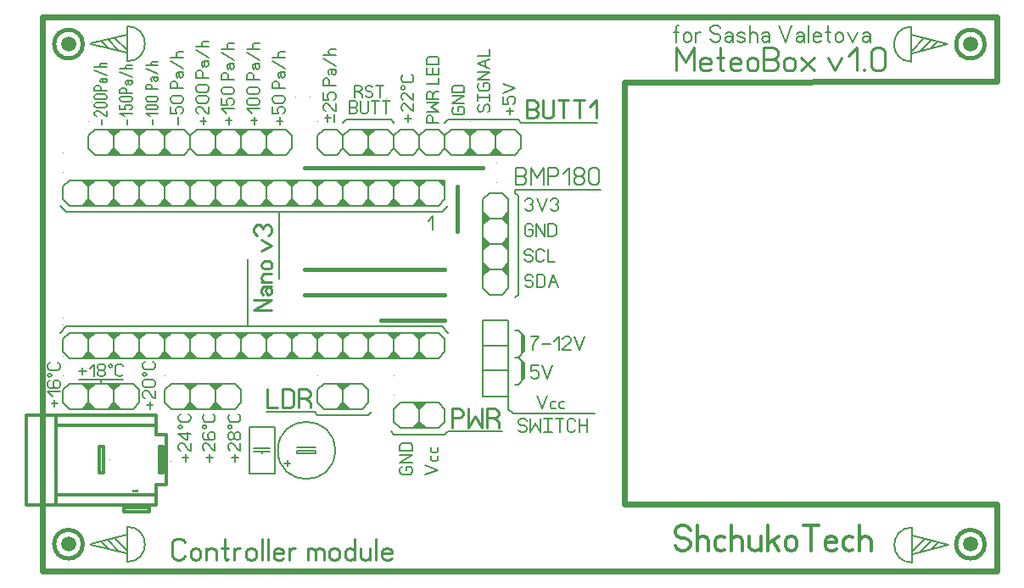
<source format=gbr>
%FSLAX34Y34*%
%MOMM*%
%LNSILK_TOP*%
G71*
G01*
%ADD10C, 0.200*%
%ADD11C, 0.011*%
%ADD12C, 0.167*%
%ADD13C, 0.222*%
%ADD14C, 0.144*%
%ADD15C, 0.156*%
%ADD16C, 0.211*%
%ADD17C, 0.300*%
%ADD18C, 0.006*%
%ADD19C, 0.289*%
%ADD20C, 0.311*%
%ADD21C, 0.400*%
%ADD22C, 0.267*%
%ADD23C, 1.500*%
%ADD24C, 0.233*%
%ADD25C, 0.600*%
%LPD*%
G54D10*
X57150Y814388D02*
X50750Y814388D01*
X44450Y808088D01*
X44450Y795288D01*
X50750Y788988D01*
X63550Y788988D01*
X69850Y795288D01*
X69850Y808088D01*
X63550Y814388D01*
X57150Y814388D01*
G54D10*
X82550Y814388D02*
X76150Y814388D01*
X69850Y808088D01*
X69850Y795288D01*
X76150Y788988D01*
X88950Y788988D01*
X95250Y795288D01*
X95250Y808088D01*
X88950Y814388D01*
X82550Y814388D01*
G54D10*
X107950Y814388D02*
X101550Y814388D01*
X95250Y808088D01*
X95250Y795288D01*
X101550Y788988D01*
X114350Y788988D01*
X120650Y795288D01*
X120650Y808088D01*
X114350Y814388D01*
X107950Y814388D01*
G54D10*
X133350Y814388D02*
X126950Y814388D01*
X120650Y808088D01*
X120650Y795288D01*
X126950Y788988D01*
X139750Y788988D01*
X146050Y795288D01*
X146050Y808088D01*
X139750Y814388D01*
X133350Y814388D01*
G54D10*
X158750Y814388D02*
X152350Y814388D01*
X146050Y808088D01*
X146050Y795288D01*
X152350Y788988D01*
X165150Y788988D01*
X171450Y795288D01*
X171450Y808088D01*
X165150Y814388D01*
X158750Y814388D01*
G54D10*
X184150Y814388D02*
X177750Y814388D01*
X171450Y808088D01*
X171450Y795288D01*
X177750Y788988D01*
X190550Y788988D01*
X196850Y795288D01*
X196850Y808088D01*
X190550Y814388D01*
X184150Y814388D01*
G54D10*
X209550Y814388D02*
X203150Y814388D01*
X196850Y808088D01*
X196850Y795288D01*
X203150Y788988D01*
X215950Y788988D01*
X222250Y795288D01*
X222250Y808088D01*
X215950Y814388D01*
X209550Y814388D01*
G54D10*
X234950Y814388D02*
X228550Y814388D01*
X222250Y808088D01*
X222250Y795288D01*
X228550Y788988D01*
X241350Y788988D01*
X247650Y795288D01*
X247650Y808088D01*
X241350Y814388D01*
X234950Y814388D01*
G54D10*
X260350Y814388D02*
X253950Y814388D01*
X247650Y808088D01*
X247650Y795288D01*
X253950Y788988D01*
X266750Y788988D01*
X273050Y795288D01*
X273050Y808088D01*
X266750Y814388D01*
X260350Y814388D01*
G54D10*
X285750Y814388D02*
X279350Y814388D01*
X273050Y808088D01*
X273050Y795288D01*
X279350Y788988D01*
X292150Y788988D01*
X298450Y795288D01*
X298450Y808088D01*
X292150Y814388D01*
X285750Y814388D01*
G54D10*
X311150Y814388D02*
X304750Y814388D01*
X298450Y808088D01*
X298450Y795288D01*
X304750Y788988D01*
X317550Y788988D01*
X323850Y795288D01*
X323850Y808088D01*
X317550Y814388D01*
X311150Y814388D01*
G54D10*
X336550Y814388D02*
X330150Y814388D01*
X323850Y808088D01*
X323850Y795288D01*
X330150Y788988D01*
X342950Y788988D01*
X349250Y795288D01*
X349250Y808088D01*
X342950Y814388D01*
X336550Y814388D01*
G54D10*
X361950Y814388D02*
X355550Y814388D01*
X349250Y808088D01*
X349250Y795288D01*
X355550Y788988D01*
X368350Y788988D01*
X374650Y795288D01*
X374650Y808088D01*
X368350Y814388D01*
X361950Y814388D01*
G54D10*
X387350Y814388D02*
X380950Y814388D01*
X374650Y808088D01*
X374650Y795288D01*
X380950Y788988D01*
X393750Y788988D01*
X400050Y795288D01*
X400050Y808088D01*
X393750Y814388D01*
X387350Y814388D01*
G54D10*
X412750Y814388D02*
X406350Y814388D01*
X400050Y808088D01*
X400050Y795288D01*
X406350Y788988D01*
X419150Y788988D01*
X425450Y795288D01*
X425450Y808088D01*
X419150Y814388D01*
X412750Y814388D01*
G54D11*
X43823Y841654D02*
X43770Y841654D01*
X43770Y841699D01*
X43823Y841699D01*
X43823Y841654D01*
X43770Y841654D01*
G54D11*
X43823Y822154D02*
X43770Y822154D01*
X43770Y822199D01*
X43823Y822199D01*
X43823Y822154D01*
X43770Y822154D01*
G54D10*
X57150Y661988D02*
X50750Y661988D01*
X44450Y655688D01*
X44450Y642888D01*
X50750Y636588D01*
X63550Y636588D01*
X69850Y642888D01*
X69850Y655688D01*
X63550Y661988D01*
X57150Y661988D01*
G54D10*
X82550Y661988D02*
X76150Y661988D01*
X69850Y655688D01*
X69850Y642888D01*
X76150Y636588D01*
X88950Y636588D01*
X95250Y642888D01*
X95250Y655688D01*
X88950Y661988D01*
X82550Y661988D01*
G54D10*
X107950Y661988D02*
X101550Y661988D01*
X95250Y655688D01*
X95250Y642888D01*
X101550Y636588D01*
X114350Y636588D01*
X120650Y642888D01*
X120650Y655688D01*
X114350Y661988D01*
X107950Y661988D01*
G54D10*
X133350Y661988D02*
X126950Y661988D01*
X120650Y655688D01*
X120650Y642888D01*
X126950Y636588D01*
X139750Y636588D01*
X146050Y642888D01*
X146050Y655688D01*
X139750Y661988D01*
X133350Y661988D01*
G54D10*
X158750Y661988D02*
X152350Y661988D01*
X146050Y655688D01*
X146050Y642888D01*
X152350Y636588D01*
X165150Y636588D01*
X171450Y642888D01*
X171450Y655688D01*
X165150Y661988D01*
X158750Y661988D01*
G54D10*
X184150Y661988D02*
X177750Y661988D01*
X171450Y655688D01*
X171450Y642888D01*
X177750Y636588D01*
X190550Y636588D01*
X196850Y642888D01*
X196850Y655688D01*
X190550Y661988D01*
X184150Y661988D01*
G54D10*
X209550Y661988D02*
X203150Y661988D01*
X196850Y655688D01*
X196850Y642888D01*
X203150Y636588D01*
X215950Y636588D01*
X222250Y642888D01*
X222250Y655688D01*
X215950Y661988D01*
X209550Y661988D01*
G54D10*
X234950Y661988D02*
X228550Y661988D01*
X222250Y655688D01*
X222250Y642888D01*
X228550Y636588D01*
X241350Y636588D01*
X247650Y642888D01*
X247650Y655688D01*
X241350Y661988D01*
X234950Y661988D01*
G54D10*
X260350Y661988D02*
X253950Y661988D01*
X247650Y655688D01*
X247650Y642888D01*
X253950Y636588D01*
X266750Y636588D01*
X273050Y642888D01*
X273050Y655688D01*
X266750Y661988D01*
X260350Y661988D01*
G54D10*
X285750Y661988D02*
X279350Y661988D01*
X273050Y655688D01*
X273050Y642888D01*
X279350Y636588D01*
X292150Y636588D01*
X298450Y642888D01*
X298450Y655688D01*
X292150Y661988D01*
X285750Y661988D01*
G54D10*
X311150Y661988D02*
X304750Y661988D01*
X298450Y655688D01*
X298450Y642888D01*
X304750Y636588D01*
X317550Y636588D01*
X323850Y642888D01*
X323850Y655688D01*
X317550Y661988D01*
X311150Y661988D01*
G54D10*
X336550Y661988D02*
X330150Y661988D01*
X323850Y655688D01*
X323850Y642888D01*
X330150Y636588D01*
X342950Y636588D01*
X349250Y642888D01*
X349250Y655688D01*
X342950Y661988D01*
X336550Y661988D01*
G54D10*
X361950Y661988D02*
X355550Y661988D01*
X349250Y655688D01*
X349250Y642888D01*
X355550Y636588D01*
X368350Y636588D01*
X374650Y642888D01*
X374650Y655688D01*
X368350Y661988D01*
X361950Y661988D01*
G54D10*
X387350Y661988D02*
X380950Y661988D01*
X374650Y655688D01*
X374650Y642888D01*
X380950Y636588D01*
X393750Y636588D01*
X400050Y642888D01*
X400050Y655688D01*
X393750Y661988D01*
X387350Y661988D01*
G54D10*
X412750Y661988D02*
X406350Y661988D01*
X400050Y655688D01*
X400050Y642888D01*
X406350Y636588D01*
X419150Y636588D01*
X425450Y642888D01*
X425450Y655688D01*
X419150Y661988D01*
X412750Y661988D01*
G54D11*
X43823Y676551D02*
X43770Y676551D01*
X43770Y676595D01*
X43823Y676595D01*
X43823Y676551D01*
X43770Y676551D01*
G54D11*
X43823Y669754D02*
X43770Y669754D01*
X43770Y669799D01*
X43823Y669799D01*
X43823Y669754D01*
X43770Y669754D01*
G54D12*
X408691Y773191D02*
X413691Y778191D01*
X413691Y764857D01*
G54D13*
X252599Y684360D02*
X234821Y684360D01*
X252599Y695026D01*
X234821Y695026D01*
G54D13*
X243710Y699916D02*
X242599Y702582D01*
X242599Y705782D01*
X244821Y707916D01*
X252599Y707916D01*
G54D13*
X249265Y707916D02*
X247043Y706582D01*
X246599Y703916D01*
X247043Y701249D01*
X249265Y699916D01*
X251488Y700449D01*
X252599Y702582D01*
X252599Y703916D01*
X252599Y704449D01*
X251488Y706582D01*
X249265Y707916D01*
G54D13*
X252599Y712805D02*
X242599Y712805D01*
G54D13*
X244821Y712805D02*
X243265Y714138D01*
X242599Y716805D01*
X243265Y719471D01*
X244821Y720805D01*
X252599Y720805D01*
G54D13*
X249932Y733694D02*
X245488Y733694D01*
X243265Y732360D01*
X242599Y729694D01*
X243265Y727027D01*
X245488Y725694D01*
X249932Y725694D01*
X252154Y727027D01*
X252599Y729694D01*
X252154Y732360D01*
X249932Y733694D01*
G54D13*
X242599Y743739D02*
X252599Y749072D01*
X242599Y754405D01*
G54D13*
X238154Y759295D02*
X235932Y760628D01*
X234821Y763295D01*
X234821Y765961D01*
X235932Y768628D01*
X238154Y769961D01*
X240376Y769961D01*
X242599Y768628D01*
X243710Y765961D01*
X244821Y768628D01*
X247043Y769961D01*
X249265Y769961D01*
X251488Y768628D01*
X252599Y765961D01*
X252599Y763295D01*
X251488Y760628D01*
X249265Y759295D01*
G54D10*
X387350Y865188D02*
X380950Y865188D01*
X374650Y858888D01*
X374650Y846088D01*
X380950Y839788D01*
X393750Y839788D01*
X400050Y846088D01*
X400050Y858888D01*
X393750Y865188D01*
X387350Y865188D01*
G54D10*
X412750Y865188D02*
X406350Y865188D01*
X400050Y858888D01*
X400050Y846088D01*
X406350Y839788D01*
X419150Y839788D01*
X425450Y846088D01*
X425450Y858888D01*
X419150Y865188D01*
X412750Y865188D01*
G54D11*
X367038Y896262D02*
X366985Y896262D01*
X366985Y896307D01*
X367038Y896307D01*
X367038Y896262D01*
X366985Y896262D01*
G54D11*
X374023Y872955D02*
X373970Y872955D01*
X373970Y872999D01*
X374023Y872999D01*
X374023Y872955D01*
X373970Y872955D01*
G54D10*
X311150Y865188D02*
X304750Y865188D01*
X298450Y858888D01*
X298450Y846088D01*
X304750Y839788D01*
X317550Y839788D01*
X323850Y846088D01*
X323850Y858888D01*
X317550Y865188D01*
X311150Y865188D01*
G54D11*
X276233Y897532D02*
X276180Y897532D01*
X276180Y897576D01*
X276233Y897576D01*
X276233Y897532D01*
X276180Y897532D01*
G54D11*
X297823Y872954D02*
X297770Y872954D01*
X297770Y872999D01*
X297823Y872999D01*
X297823Y872954D01*
X297770Y872954D01*
G54D12*
X505635Y794106D02*
X506635Y795772D01*
X508635Y796606D01*
X510635Y796606D01*
X512635Y795772D01*
X513635Y794106D01*
X513635Y792439D01*
X512635Y790772D01*
X510635Y789939D01*
X512635Y789106D01*
X513635Y787439D01*
X513635Y785772D01*
X512635Y784106D01*
X510635Y783272D01*
X508635Y783272D01*
X506635Y784106D01*
X505635Y785772D01*
G54D12*
X517302Y796606D02*
X522302Y783272D01*
X527302Y796606D01*
G54D12*
X530969Y794106D02*
X531969Y795772D01*
X533969Y796606D01*
X535969Y796606D01*
X537969Y795772D01*
X538969Y794106D01*
X538969Y792439D01*
X537969Y790772D01*
X535969Y789939D01*
X537969Y789106D01*
X538969Y787439D01*
X538969Y785772D01*
X537969Y784106D01*
X535969Y783272D01*
X533969Y783272D01*
X531969Y784106D01*
X530969Y785772D01*
G54D12*
X509284Y764539D02*
X513284Y764539D01*
X513284Y760372D01*
X512284Y758706D01*
X510284Y757872D01*
X508284Y757872D01*
X506284Y758706D01*
X505284Y760372D01*
X505284Y768706D01*
X506284Y770372D01*
X508284Y771206D01*
X510284Y771206D01*
X512284Y770372D01*
X513284Y768706D01*
G54D12*
X516952Y757872D02*
X516952Y771206D01*
X524952Y757872D01*
X524952Y771206D01*
G54D12*
X528618Y757872D02*
X528618Y771206D01*
X533618Y771206D01*
X535618Y770372D01*
X536618Y768706D01*
X536618Y760372D01*
X535618Y758706D01*
X533618Y757872D01*
X528618Y757872D01*
G54D12*
X505100Y734972D02*
X506100Y733306D01*
X508100Y732472D01*
X510100Y732472D01*
X512100Y733306D01*
X513100Y734972D01*
X513100Y736639D01*
X512100Y738306D01*
X510100Y739139D01*
X508100Y739139D01*
X506100Y739972D01*
X505100Y741639D01*
X505100Y743306D01*
X506100Y744972D01*
X508100Y745806D01*
X510100Y745806D01*
X512100Y744972D01*
X513100Y743306D01*
G54D12*
X524766Y734972D02*
X523766Y733306D01*
X521766Y732472D01*
X519766Y732472D01*
X517766Y733306D01*
X516766Y734972D01*
X516766Y743306D01*
X517766Y744972D01*
X519766Y745806D01*
X521766Y745806D01*
X523766Y744972D01*
X524766Y743306D01*
G54D12*
X528434Y745806D02*
X528434Y732472D01*
X535434Y732472D01*
G54D12*
X505610Y709572D02*
X506610Y707906D01*
X508610Y707072D01*
X510610Y707072D01*
X512610Y707906D01*
X513610Y709572D01*
X513610Y711239D01*
X512610Y712906D01*
X510610Y713739D01*
X508610Y713739D01*
X506610Y714572D01*
X505610Y716239D01*
X505610Y717906D01*
X506610Y719572D01*
X508610Y720406D01*
X510610Y720406D01*
X512610Y719572D01*
X513610Y717906D01*
G54D12*
X517276Y707072D02*
X517276Y720406D01*
X522276Y720406D01*
X524276Y719572D01*
X525276Y717906D01*
X525276Y709572D01*
X524276Y707906D01*
X522276Y707072D01*
X517276Y707072D01*
G54D12*
X528944Y707072D02*
X533944Y720406D01*
X538944Y707072D01*
G54D12*
X530944Y712072D02*
X536944Y712072D01*
G54D10*
X488950Y789027D02*
X488950Y795427D01*
X482650Y801727D01*
X469850Y801727D01*
X463550Y795427D01*
X463550Y782627D01*
X469850Y776327D01*
X482650Y776327D01*
X488950Y782627D01*
X488950Y789027D01*
G54D10*
X488950Y763627D02*
X488950Y770027D01*
X482650Y776327D01*
X469850Y776327D01*
X463550Y770027D01*
X463550Y757227D01*
X469850Y750927D01*
X482650Y750927D01*
X488950Y757227D01*
X488950Y763627D01*
G54D10*
X488950Y738227D02*
X488950Y744627D01*
X482650Y750927D01*
X469850Y750927D01*
X463550Y744627D01*
X463550Y731827D01*
X469850Y725527D01*
X482650Y725527D01*
X488950Y731827D01*
X488950Y738227D01*
G54D10*
X488950Y712827D02*
X488950Y719227D01*
X482650Y725527D01*
X469850Y725527D01*
X463550Y719227D01*
X463550Y706427D01*
X469850Y700127D01*
X482650Y700127D01*
X488950Y706427D01*
X488950Y712827D01*
G54D10*
X361950Y839788D02*
X368350Y839788D01*
X374650Y846088D01*
X374650Y858888D01*
X368350Y865188D01*
X355550Y865188D01*
X349250Y858888D01*
X349250Y846088D01*
X355550Y839788D01*
X361950Y839788D01*
G54D10*
X336550Y839788D02*
X342950Y839788D01*
X349250Y846088D01*
X349250Y858888D01*
X342950Y865188D01*
X330150Y865188D01*
X323850Y858888D01*
X323850Y846088D01*
X330150Y839788D01*
X336550Y839788D01*
G54D11*
X290203Y897528D02*
X290150Y897528D01*
X290150Y897572D01*
X290203Y897572D01*
X290203Y897528D01*
X290150Y897528D01*
G54D11*
X323223Y872956D02*
X323170Y872956D01*
X323170Y873000D01*
X323223Y873000D01*
X323223Y872956D01*
X323170Y872956D01*
G54D10*
X336550Y585788D02*
X342950Y585788D01*
X349250Y592088D01*
X349250Y604888D01*
X342950Y611188D01*
X330150Y611188D01*
X323850Y604888D01*
X323850Y592088D01*
X330150Y585788D01*
X336550Y585788D01*
G54D10*
X311150Y585788D02*
X317550Y585788D01*
X323850Y592088D01*
X323850Y604888D01*
X317550Y611188D01*
X304750Y611188D01*
X298450Y604888D01*
X298450Y592088D01*
X304750Y585788D01*
X311150Y585788D01*
G54D14*
X298143Y638188D02*
X297450Y638188D01*
X297450Y638765D01*
X298143Y638765D01*
X298143Y638188D01*
X297450Y638188D01*
G54D11*
X297823Y618955D02*
X297770Y618955D01*
X297770Y618999D01*
X297823Y618999D01*
X297823Y618955D01*
X297770Y618955D01*
G54D15*
X308643Y872569D02*
X308643Y880036D01*
G54D15*
X311754Y876302D02*
X305532Y876302D01*
G54D15*
X314865Y872569D02*
X314865Y880036D01*
G54D15*
X316420Y890925D02*
X316420Y883458D01*
X315643Y883458D01*
X314087Y884391D01*
X309420Y889991D01*
X307865Y890925D01*
X306309Y890925D01*
X304754Y889991D01*
X303976Y888125D01*
X303976Y886258D01*
X304754Y884391D01*
X306309Y883458D01*
G54D15*
X303976Y901814D02*
X303976Y894347D01*
X309420Y894347D01*
X309420Y895280D01*
X308643Y897147D01*
X308643Y899014D01*
X309420Y900880D01*
X310976Y901814D01*
X314087Y901814D01*
X315643Y900880D01*
X316420Y899014D01*
X316420Y897147D01*
X315643Y895280D01*
X314087Y894347D01*
G54D15*
X316420Y908845D02*
X303976Y908845D01*
X303976Y913512D01*
X304754Y915378D01*
X306309Y916312D01*
X307865Y916312D01*
X309420Y915378D01*
X310198Y913512D01*
X310198Y908845D01*
G54D15*
X310198Y919734D02*
X309420Y921601D01*
X309420Y923841D01*
X310976Y925334D01*
X316420Y925334D01*
G54D15*
X314087Y925334D02*
X312532Y924401D01*
X312220Y922534D01*
X312532Y920667D01*
X314087Y919734D01*
X315643Y920107D01*
X316420Y921601D01*
X316420Y922534D01*
X316420Y922907D01*
X315643Y924401D01*
X314087Y925334D01*
G54D15*
X316420Y928756D02*
X303976Y936223D01*
G54D15*
X316420Y939645D02*
X303976Y939645D01*
G54D15*
X311443Y939645D02*
X309887Y940578D01*
X309420Y942445D01*
X309887Y944312D01*
X311443Y945245D01*
X316420Y945245D01*
G54D15*
X388764Y872402D02*
X388764Y879869D01*
G54D15*
X385652Y876135D02*
X391875Y876135D01*
G54D15*
X394208Y890758D02*
X394208Y883291D01*
X393430Y883291D01*
X391875Y884224D01*
X387208Y889824D01*
X385652Y890758D01*
X384097Y890758D01*
X382541Y889824D01*
X381764Y887958D01*
X381764Y886091D01*
X382541Y884224D01*
X384097Y883291D01*
G54D15*
X394208Y901647D02*
X394208Y894180D01*
X393430Y894180D01*
X391875Y895113D01*
X387208Y900713D01*
X385652Y901647D01*
X384097Y901647D01*
X382541Y900713D01*
X381764Y898847D01*
X381764Y896980D01*
X382541Y895113D01*
X384097Y894180D01*
G54D15*
X382230Y908429D02*
X381764Y906936D01*
X382230Y905629D01*
X383630Y905069D01*
X385030Y905629D01*
X385497Y906936D01*
X385030Y908429D01*
X383630Y908802D01*
X382230Y908429D01*
G54D15*
X391875Y919691D02*
X393430Y918757D01*
X394208Y916891D01*
X394208Y915024D01*
X393430Y913157D01*
X391875Y912224D01*
X384097Y912224D01*
X382541Y913157D01*
X381764Y915024D01*
X381764Y916891D01*
X382541Y918757D01*
X384097Y919691D01*
G54D15*
X330458Y880839D02*
X330458Y893283D01*
X335125Y893283D01*
X336992Y892505D01*
X337925Y890950D01*
X337925Y889394D01*
X336991Y887839D01*
X335125Y887061D01*
X336991Y886283D01*
X337925Y884727D01*
X337925Y883172D01*
X336992Y881616D01*
X335125Y880839D01*
X330458Y880839D01*
G54D15*
X330458Y887061D02*
X335125Y887061D01*
G54D15*
X341347Y893283D02*
X341347Y883172D01*
X342280Y881616D01*
X344147Y880839D01*
X346014Y880839D01*
X347880Y881616D01*
X348814Y883172D01*
X348814Y893283D01*
G54D15*
X355970Y880839D02*
X355969Y893283D01*
G54D15*
X352236Y893283D02*
X359703Y893283D01*
G54D15*
X366858Y880839D02*
X366858Y893283D01*
G54D15*
X363125Y893283D02*
X370592Y893283D01*
G54D15*
X338954Y902936D02*
X341754Y901380D01*
X342687Y899825D01*
X342687Y896714D01*
G54D15*
X335221Y896714D02*
X335221Y909158D01*
X339887Y909158D01*
X341754Y908380D01*
X342687Y906825D01*
X342687Y905269D01*
X341754Y903714D01*
X339887Y902936D01*
X335221Y902936D01*
G54D15*
X346110Y899047D02*
X347043Y897491D01*
X348910Y896714D01*
X350776Y896714D01*
X352643Y897491D01*
X353576Y899047D01*
X353576Y900602D01*
X352643Y902158D01*
X350776Y902936D01*
X348910Y902936D01*
X347043Y903714D01*
X346110Y905269D01*
X346110Y906825D01*
X347043Y908380D01*
X348910Y909158D01*
X350776Y909158D01*
X352643Y908380D01*
X353576Y906825D01*
G54D15*
X360732Y896714D02*
X360732Y909158D01*
G54D15*
X356999Y909158D02*
X364465Y909158D01*
G54D15*
X184294Y869743D02*
X184294Y877210D01*
G54D15*
X181182Y873476D02*
X187405Y873476D01*
G54D15*
X189738Y888099D02*
X189738Y880632D01*
X188960Y880632D01*
X187405Y881565D01*
X182738Y887165D01*
X181182Y888099D01*
X179627Y888099D01*
X178071Y887165D01*
X177294Y885299D01*
X177294Y883432D01*
X178071Y881565D01*
X179627Y880632D01*
G54D15*
X179627Y898988D02*
X187405Y898988D01*
X188960Y898054D01*
X189738Y896188D01*
X189738Y894321D01*
X188960Y892454D01*
X187405Y891521D01*
X179627Y891521D01*
X178071Y892454D01*
X177294Y894321D01*
X177294Y896188D01*
X178071Y898054D01*
X179627Y898988D01*
G54D15*
X179627Y909877D02*
X187405Y909877D01*
X188960Y908943D01*
X189738Y907077D01*
X189738Y905210D01*
X188960Y903343D01*
X187405Y902410D01*
X179627Y902410D01*
X178071Y903343D01*
X177294Y905210D01*
X177294Y907077D01*
X178071Y908943D01*
X179627Y909877D01*
G54D15*
X189738Y916908D02*
X177294Y916908D01*
X177294Y921575D01*
X178071Y923441D01*
X179627Y924375D01*
X181182Y924375D01*
X182738Y923441D01*
X183516Y921575D01*
X183516Y916908D01*
G54D15*
X183516Y927797D02*
X182738Y929664D01*
X182738Y931904D01*
X184294Y933397D01*
X189738Y933397D01*
G54D15*
X187405Y933397D02*
X185849Y932464D01*
X185538Y930597D01*
X185849Y928730D01*
X187405Y927797D01*
X188960Y928170D01*
X189738Y929664D01*
X189738Y930597D01*
X189738Y930970D01*
X188960Y932464D01*
X187405Y933397D01*
G54D15*
X189738Y936819D02*
X177294Y944286D01*
G54D15*
X189738Y947708D02*
X177294Y947708D01*
G54D15*
X184760Y947708D02*
X183205Y948641D01*
X182738Y950508D01*
X183205Y952375D01*
X184760Y953308D01*
X189738Y953308D01*
G54D15*
X209694Y870143D02*
X209694Y877610D01*
G54D15*
X206582Y873876D02*
X212805Y873876D01*
G54D15*
X207360Y881032D02*
X202694Y885699D01*
X215138Y885699D01*
G54D15*
X202694Y896588D02*
X202694Y889121D01*
X208138Y889121D01*
X208138Y890054D01*
X207360Y891921D01*
X207360Y893788D01*
X208138Y895654D01*
X209694Y896588D01*
X212805Y896588D01*
X214360Y895654D01*
X215138Y893788D01*
X215138Y891921D01*
X214360Y890054D01*
X212805Y889121D01*
G54D15*
X205027Y907477D02*
X212805Y907477D01*
X214360Y906543D01*
X215138Y904677D01*
X215138Y902810D01*
X214360Y900943D01*
X212805Y900010D01*
X205027Y900010D01*
X203471Y900943D01*
X202694Y902810D01*
X202694Y904677D01*
X203471Y906543D01*
X205027Y907477D01*
G54D15*
X215138Y914508D02*
X202694Y914508D01*
X202694Y919175D01*
X203471Y921041D01*
X205027Y921975D01*
X206582Y921975D01*
X208138Y921041D01*
X208916Y919175D01*
X208916Y914508D01*
G54D15*
X208916Y925397D02*
X208138Y927264D01*
X208138Y929504D01*
X209694Y930997D01*
X215138Y930997D01*
G54D15*
X212805Y930997D02*
X211249Y930064D01*
X210938Y928197D01*
X211249Y926330D01*
X212805Y925397D01*
X214360Y925770D01*
X215138Y927264D01*
X215138Y928197D01*
X215138Y928570D01*
X214360Y930064D01*
X212805Y930997D01*
G54D15*
X215138Y934419D02*
X202694Y941886D01*
G54D15*
X215138Y945308D02*
X202694Y945308D01*
G54D15*
X210160Y945308D02*
X208605Y946241D01*
X208138Y948108D01*
X208605Y949975D01*
X210160Y950908D01*
X215138Y950908D01*
G54D15*
X419608Y872020D02*
X407164Y872020D01*
X407164Y876686D01*
X407941Y878553D01*
X409497Y879486D01*
X411052Y879486D01*
X412608Y878553D01*
X413386Y876686D01*
X413386Y872020D01*
G54D15*
X407164Y882908D02*
X419608Y882908D01*
X411830Y887575D01*
X419608Y892242D01*
X407164Y892242D01*
G54D15*
X413386Y899397D02*
X414941Y902197D01*
X416497Y903130D01*
X419608Y903130D01*
G54D15*
X419608Y895664D02*
X407164Y895664D01*
X407164Y900330D01*
X407941Y902197D01*
X409497Y903130D01*
X411052Y903130D01*
X412608Y902197D01*
X413386Y900330D01*
X413386Y895664D01*
G54D15*
X407164Y910162D02*
X419608Y910162D01*
X419608Y916695D01*
G54D15*
X419608Y926650D02*
X419608Y920116D01*
X407164Y920116D01*
X407164Y926650D01*
G54D15*
X413386Y920116D02*
X413386Y926650D01*
G54D15*
X419608Y930072D02*
X407164Y930072D01*
X407164Y934738D01*
X407941Y936605D01*
X409497Y937538D01*
X417275Y937538D01*
X418830Y936605D01*
X419608Y934738D01*
X419608Y930072D01*
G54D15*
X235094Y870143D02*
X235094Y877610D01*
G54D15*
X231982Y873876D02*
X238205Y873876D01*
G54D15*
X232760Y881032D02*
X228094Y885699D01*
X240538Y885699D01*
G54D15*
X230427Y896588D02*
X238205Y896588D01*
X239760Y895654D01*
X240538Y893788D01*
X240538Y891921D01*
X239760Y890054D01*
X238205Y889121D01*
X230427Y889121D01*
X228871Y890054D01*
X228094Y891921D01*
X228094Y893788D01*
X228871Y895654D01*
X230427Y896588D01*
G54D15*
X230427Y907477D02*
X238205Y907477D01*
X239760Y906543D01*
X240538Y904677D01*
X240538Y902810D01*
X239760Y900943D01*
X238205Y900010D01*
X230427Y900010D01*
X228871Y900943D01*
X228094Y902810D01*
X228094Y904677D01*
X228871Y906543D01*
X230427Y907477D01*
G54D15*
X240538Y914508D02*
X228094Y914508D01*
X228094Y919175D01*
X228871Y921041D01*
X230427Y921975D01*
X231982Y921975D01*
X233538Y921041D01*
X234316Y919175D01*
X234316Y914508D01*
G54D15*
X234316Y925397D02*
X233538Y927264D01*
X233538Y929504D01*
X235094Y930997D01*
X240538Y930997D01*
G54D15*
X238205Y930997D02*
X236649Y930064D01*
X236338Y928197D01*
X236649Y926330D01*
X238205Y925397D01*
X239760Y925770D01*
X240538Y927264D01*
X240538Y928197D01*
X240538Y928570D01*
X239760Y930064D01*
X238205Y930997D01*
G54D15*
X240538Y934419D02*
X228094Y941886D01*
G54D15*
X240538Y945308D02*
X228094Y945308D01*
G54D15*
X235560Y945308D02*
X234005Y946241D01*
X233538Y948108D01*
X234005Y949975D01*
X235560Y950908D01*
X240538Y950908D01*
G54D15*
X260494Y869712D02*
X260494Y877178D01*
G54D15*
X257382Y873445D02*
X263605Y873445D01*
G54D15*
X253494Y888067D02*
X253494Y880600D01*
X258938Y880600D01*
X258938Y881534D01*
X258160Y883400D01*
X258160Y885267D01*
X258938Y887134D01*
X260494Y888067D01*
X263605Y888067D01*
X265160Y887134D01*
X265938Y885267D01*
X265938Y883400D01*
X265160Y881534D01*
X263605Y880600D01*
G54D15*
X255827Y898956D02*
X263605Y898956D01*
X265160Y898023D01*
X265938Y896156D01*
X265938Y894290D01*
X265160Y892423D01*
X263605Y891490D01*
X255827Y891490D01*
X254271Y892423D01*
X253494Y894290D01*
X253494Y896156D01*
X254271Y898023D01*
X255827Y898956D01*
G54D15*
X265938Y905988D02*
X253494Y905988D01*
X253494Y910654D01*
X254271Y912521D01*
X255827Y913454D01*
X257382Y913454D01*
X258938Y912521D01*
X259716Y910654D01*
X259716Y905988D01*
G54D15*
X259716Y916876D02*
X258938Y918743D01*
X258938Y920983D01*
X260494Y922476D01*
X265938Y922476D01*
G54D15*
X263605Y922476D02*
X262049Y921543D01*
X261738Y919676D01*
X262049Y917810D01*
X263605Y916876D01*
X265160Y917250D01*
X265938Y918743D01*
X265938Y919676D01*
X265938Y920050D01*
X265160Y921543D01*
X263605Y922476D01*
G54D15*
X265938Y925898D02*
X253494Y933365D01*
G54D15*
X265938Y936788D02*
X253494Y936788D01*
G54D15*
X260960Y936788D02*
X259405Y937721D01*
X258938Y939588D01*
X259405Y941454D01*
X260960Y942388D01*
X265938Y942388D01*
G54D15*
X158894Y869712D02*
X158894Y877178D01*
G54D15*
X151894Y888067D02*
X151894Y880600D01*
X157338Y880600D01*
X157338Y881534D01*
X156560Y883400D01*
X156560Y885267D01*
X157338Y887134D01*
X158894Y888067D01*
X162005Y888067D01*
X163560Y887134D01*
X164338Y885267D01*
X164338Y883400D01*
X163560Y881534D01*
X162005Y880600D01*
G54D15*
X154227Y898956D02*
X162005Y898956D01*
X163560Y898023D01*
X164338Y896156D01*
X164338Y894290D01*
X163560Y892423D01*
X162005Y891490D01*
X154227Y891490D01*
X152671Y892423D01*
X151894Y894290D01*
X151894Y896156D01*
X152671Y898023D01*
X154227Y898956D01*
G54D15*
X164338Y905988D02*
X151894Y905988D01*
X151894Y910654D01*
X152671Y912521D01*
X154227Y913454D01*
X155782Y913454D01*
X157338Y912521D01*
X158116Y910654D01*
X158116Y905988D01*
G54D15*
X158116Y916876D02*
X157338Y918743D01*
X157338Y920983D01*
X158894Y922476D01*
X164338Y922476D01*
G54D15*
X162005Y922476D02*
X160449Y921543D01*
X160138Y919676D01*
X160449Y917810D01*
X162005Y916876D01*
X163560Y917250D01*
X164338Y918743D01*
X164338Y919676D01*
X164338Y920050D01*
X163560Y921543D01*
X162005Y922476D01*
G54D15*
X164338Y925898D02*
X151894Y933365D01*
G54D15*
X164338Y936788D02*
X151894Y936788D01*
G54D15*
X159360Y936788D02*
X157805Y937721D01*
X157338Y939588D01*
X157805Y941454D01*
X159360Y942388D01*
X164338Y942388D01*
G54D15*
X133811Y869834D02*
X133811Y874812D01*
G54D15*
X131478Y878234D02*
X126811Y881346D01*
X139256Y881346D01*
G54D15*
X129144Y889745D02*
X136922Y889745D01*
X138478Y889123D01*
X139256Y887879D01*
X139256Y886634D01*
X138478Y885390D01*
X136922Y884768D01*
X129144Y884768D01*
X127589Y885390D01*
X126811Y886634D01*
X126811Y887879D01*
X127589Y889123D01*
X129144Y889745D01*
G54D15*
X129144Y898145D02*
X136922Y898145D01*
X138478Y897523D01*
X139256Y896279D01*
X139256Y895034D01*
X138478Y893790D01*
X136922Y893168D01*
X129144Y893168D01*
X127589Y893790D01*
X126811Y895034D01*
X126811Y896279D01*
X127589Y897523D01*
X129144Y898145D01*
G54D15*
X139256Y905114D02*
X126811Y905114D01*
X126811Y908225D01*
X127589Y909469D01*
X129144Y910091D01*
X130700Y910091D01*
X132256Y909469D01*
X133033Y908225D01*
X133033Y905114D01*
G54D15*
X133033Y913514D02*
X132256Y914758D01*
X132256Y916251D01*
X133811Y917247D01*
X139256Y917247D01*
G54D15*
X136922Y917247D02*
X135367Y916625D01*
X135056Y915380D01*
X135367Y914136D01*
X136922Y913514D01*
X138478Y913762D01*
X139256Y914758D01*
X139256Y915380D01*
X139256Y915629D01*
X138478Y916625D01*
X136922Y917247D01*
G54D15*
X139256Y920668D02*
X126811Y925646D01*
G54D15*
X139256Y929068D02*
X126811Y929068D01*
G54D15*
X134278Y929068D02*
X132722Y929691D01*
X132256Y930935D01*
X132722Y932180D01*
X134278Y932802D01*
X139256Y932802D01*
G54D15*
X108094Y869834D02*
X108094Y874812D01*
G54D15*
X105760Y878234D02*
X101094Y881345D01*
X113538Y881345D01*
G54D15*
X101094Y889745D02*
X101094Y884767D01*
X106538Y884767D01*
X106538Y885389D01*
X105760Y886634D01*
X105760Y887878D01*
X106538Y889123D01*
X108094Y889745D01*
X111205Y889745D01*
X112760Y889123D01*
X113538Y887878D01*
X113538Y886634D01*
X112760Y885389D01*
X111205Y884767D01*
G54D15*
X103427Y898145D02*
X111205Y898145D01*
X112760Y897523D01*
X113538Y896278D01*
X113538Y895034D01*
X112760Y893789D01*
X111205Y893167D01*
X103427Y893167D01*
X101871Y893789D01*
X101094Y895034D01*
X101094Y896278D01*
X101871Y897523D01*
X103427Y898145D01*
G54D15*
X113538Y901567D02*
X101094Y901567D01*
X101094Y904678D01*
X101871Y905923D01*
X103427Y906545D01*
X104982Y906545D01*
X106538Y905923D01*
X107316Y904678D01*
X107316Y901567D01*
G54D15*
X107316Y909967D02*
X106538Y911211D01*
X106538Y912705D01*
X108094Y913700D01*
X113538Y913700D01*
G54D15*
X111205Y913700D02*
X109649Y913078D01*
X109338Y911834D01*
X109649Y910589D01*
X111205Y909967D01*
X112760Y910216D01*
X113538Y911211D01*
X113538Y911834D01*
X113538Y912083D01*
X112760Y913078D01*
X111205Y913700D01*
G54D15*
X113538Y917122D02*
X101094Y922100D01*
G54D15*
X113538Y925522D02*
X101094Y925522D01*
G54D15*
X108560Y925522D02*
X107005Y926144D01*
X106538Y927389D01*
X107005Y928633D01*
X108560Y929255D01*
X113538Y929255D01*
G54D15*
X82694Y869900D02*
X82694Y874878D01*
G54D15*
X88138Y883278D02*
X88138Y878300D01*
X87360Y878300D01*
X85805Y878923D01*
X81138Y882656D01*
X79582Y883278D01*
X78027Y883278D01*
X76471Y882656D01*
X75694Y881412D01*
X75694Y880167D01*
X76471Y878923D01*
X78027Y878300D01*
G54D15*
X78027Y891678D02*
X85805Y891678D01*
X87360Y891056D01*
X88138Y889812D01*
X88138Y888567D01*
X87360Y887323D01*
X85805Y886700D01*
X78027Y886700D01*
X76471Y887323D01*
X75694Y888567D01*
X75694Y889812D01*
X76471Y891056D01*
X78027Y891678D01*
G54D15*
X78027Y900078D02*
X85805Y900078D01*
X87360Y899456D01*
X88138Y898212D01*
X88138Y896967D01*
X87360Y895723D01*
X85805Y895100D01*
X78027Y895100D01*
X76471Y895723D01*
X75694Y896967D01*
X75694Y898212D01*
X76471Y899456D01*
X78027Y900078D01*
G54D15*
X88138Y903500D02*
X75694Y903500D01*
X75694Y906612D01*
X76471Y907856D01*
X78027Y908478D01*
X79582Y908478D01*
X81138Y907856D01*
X81916Y906612D01*
X81916Y903500D01*
G54D15*
X81916Y911900D02*
X81138Y913145D01*
X81138Y914638D01*
X82694Y915634D01*
X88138Y915634D01*
G54D15*
X85805Y915634D02*
X84249Y915012D01*
X83938Y913767D01*
X84249Y912523D01*
X85805Y911900D01*
X87360Y912149D01*
X88138Y913145D01*
X88138Y913767D01*
X88138Y914016D01*
X87360Y915012D01*
X85805Y915634D01*
G54D15*
X88138Y919056D02*
X75694Y924033D01*
G54D15*
X88138Y927456D02*
X75694Y927456D01*
G54D15*
X83160Y927456D02*
X81605Y928078D01*
X81138Y929322D01*
X81605Y930567D01*
X83160Y931189D01*
X88138Y931189D01*
G54D15*
X36021Y587686D02*
X36021Y595153D01*
G54D15*
X32910Y591419D02*
X39132Y591419D01*
G54D15*
X33688Y598575D02*
X29021Y603242D01*
X41466Y603242D01*
G54D15*
X31354Y614131D02*
X29799Y613197D01*
X29021Y611331D01*
X29021Y609464D01*
X29799Y607597D01*
X31354Y606664D01*
X35243Y606664D01*
X36021Y606664D01*
X34466Y609464D01*
X34466Y611331D01*
X35243Y613197D01*
X36799Y614131D01*
X39132Y614131D01*
X40688Y613197D01*
X41466Y611331D01*
X41466Y609464D01*
X40688Y607597D01*
X39132Y606664D01*
X35243Y606664D01*
G54D15*
X29488Y620913D02*
X29021Y619420D01*
X29488Y618113D01*
X30888Y617553D01*
X32288Y618113D01*
X32754Y619420D01*
X32288Y620913D01*
X30888Y621286D01*
X29488Y620913D01*
G54D15*
X39132Y632175D02*
X40688Y631241D01*
X41466Y629375D01*
X41466Y627508D01*
X40688Y625641D01*
X39132Y624708D01*
X31354Y624708D01*
X29799Y625641D01*
X29021Y627508D01*
X29021Y629375D01*
X29799Y631241D01*
X31354Y632175D01*
G54D15*
X60029Y623709D02*
X67496Y623709D01*
G54D15*
X63762Y626821D02*
X63762Y620598D01*
G54D15*
X70918Y626043D02*
X75585Y630709D01*
X75585Y618265D01*
G54D15*
X83674Y624487D02*
X81807Y624487D01*
X79940Y625265D01*
X79007Y626821D01*
X79007Y628376D01*
X79940Y629932D01*
X81807Y630709D01*
X83674Y630709D01*
X85540Y629932D01*
X86474Y628376D01*
X86474Y626821D01*
X85540Y625265D01*
X83674Y624487D01*
X85540Y623709D01*
X86474Y622154D01*
X86474Y620598D01*
X85540Y619043D01*
X83674Y618265D01*
X81807Y618265D01*
X79940Y619043D01*
X79007Y620598D01*
X79007Y622154D01*
X79940Y623709D01*
X81807Y624487D01*
G54D15*
X93256Y630243D02*
X91763Y630709D01*
X90456Y630243D01*
X89896Y628843D01*
X90456Y627443D01*
X91763Y626976D01*
X93256Y627443D01*
X93629Y628843D01*
X93256Y630243D01*
G54D15*
X104518Y620598D02*
X103584Y619043D01*
X101718Y618265D01*
X99851Y618265D01*
X97984Y619043D01*
X97051Y620598D01*
X97051Y628376D01*
X97984Y629932D01*
X99851Y630709D01*
X101718Y630709D01*
X103584Y629932D01*
X104518Y628376D01*
G54D15*
X130954Y585698D02*
X130954Y593165D01*
G54D15*
X127842Y589432D02*
X134065Y589432D01*
G54D15*
X136398Y604054D02*
X136398Y596588D01*
X135620Y596588D01*
X134065Y597521D01*
X129398Y603121D01*
X127842Y604054D01*
X126287Y604054D01*
X124731Y603121D01*
X123954Y601254D01*
X123954Y599388D01*
X124731Y597521D01*
X126287Y596588D01*
G54D15*
X126287Y614943D02*
X134065Y614943D01*
X135620Y614010D01*
X136398Y612143D01*
X136398Y610276D01*
X135620Y608410D01*
X134065Y607476D01*
X126287Y607476D01*
X124731Y608410D01*
X123954Y610276D01*
X123954Y612143D01*
X124731Y614010D01*
X126287Y614943D01*
G54D15*
X124420Y621726D02*
X123954Y620232D01*
X124420Y618926D01*
X125820Y618366D01*
X127220Y618926D01*
X127687Y620232D01*
X127220Y621726D01*
X125820Y622099D01*
X124420Y621726D01*
G54D15*
X134065Y632987D02*
X135620Y632054D01*
X136398Y630187D01*
X136398Y628320D01*
X135620Y626454D01*
X134065Y625520D01*
X126287Y625520D01*
X124731Y626454D01*
X123954Y628320D01*
X123954Y630187D01*
X124731Y632054D01*
X126287Y632987D01*
G54D15*
X166514Y533312D02*
X166514Y540779D01*
G54D15*
X163402Y537045D02*
X169625Y537045D01*
G54D15*
X171958Y551668D02*
X171958Y544201D01*
X171180Y544201D01*
X169625Y545134D01*
X164958Y550734D01*
X163402Y551668D01*
X161847Y551668D01*
X160291Y550734D01*
X159514Y548868D01*
X159514Y547001D01*
X160291Y545134D01*
X161847Y544201D01*
G54D15*
X171958Y560690D02*
X159514Y560690D01*
X167291Y555090D01*
X168847Y555090D01*
X168847Y562557D01*
G54D15*
X159980Y569339D02*
X159514Y567846D01*
X159980Y566539D01*
X161380Y565979D01*
X162780Y566539D01*
X163247Y567846D01*
X162780Y569339D01*
X161380Y569712D01*
X159980Y569339D01*
G54D15*
X169625Y580601D02*
X171180Y579667D01*
X171958Y577801D01*
X171958Y575934D01*
X171180Y574067D01*
X169625Y573134D01*
X161847Y573134D01*
X160291Y574067D01*
X159514Y575934D01*
X159514Y577801D01*
X160291Y579667D01*
X161847Y580601D01*
G54D15*
X216044Y533312D02*
X216044Y540779D01*
G54D15*
X212932Y537045D02*
X219155Y537045D01*
G54D15*
X221488Y551668D02*
X221488Y544201D01*
X220710Y544201D01*
X219155Y545134D01*
X214488Y550734D01*
X212932Y551668D01*
X211377Y551668D01*
X209821Y550734D01*
X209044Y548868D01*
X209044Y547001D01*
X209821Y545134D01*
X211377Y544201D01*
G54D15*
X215266Y559757D02*
X215266Y557890D01*
X214488Y556023D01*
X212932Y555090D01*
X211377Y555090D01*
X209821Y556023D01*
X209044Y557890D01*
X209044Y559757D01*
X209821Y561623D01*
X211377Y562557D01*
X212932Y562557D01*
X214488Y561623D01*
X215266Y559757D01*
X216044Y561623D01*
X217599Y562557D01*
X219155Y562557D01*
X220710Y561623D01*
X221488Y559757D01*
X221488Y557890D01*
X220710Y556023D01*
X219155Y555090D01*
X217599Y555090D01*
X216044Y556023D01*
X215266Y557890D01*
G54D15*
X209510Y569339D02*
X209044Y567846D01*
X209510Y566539D01*
X210910Y565979D01*
X212310Y566539D01*
X212777Y567846D01*
X212310Y569339D01*
X210910Y569712D01*
X209510Y569339D01*
G54D15*
X219155Y580601D02*
X220710Y579667D01*
X221488Y577801D01*
X221488Y575934D01*
X220710Y574067D01*
X219155Y573134D01*
X211377Y573134D01*
X209821Y574067D01*
X209044Y575934D01*
X209044Y577801D01*
X209821Y579667D01*
X211377Y580601D01*
G54D15*
X190644Y533312D02*
X190644Y540779D01*
G54D15*
X187532Y537045D02*
X193755Y537045D01*
G54D15*
X196088Y551668D02*
X196088Y544201D01*
X195310Y544201D01*
X193755Y545134D01*
X189088Y550734D01*
X187532Y551668D01*
X185977Y551668D01*
X184421Y550734D01*
X183644Y548868D01*
X183644Y547001D01*
X184421Y545134D01*
X185977Y544201D01*
G54D15*
X185977Y562557D02*
X184421Y561623D01*
X183644Y559757D01*
X183644Y557890D01*
X184421Y556023D01*
X185977Y555090D01*
X189866Y555090D01*
X190644Y555090D01*
X189088Y557890D01*
X189088Y559757D01*
X189866Y561623D01*
X191421Y562557D01*
X193755Y562557D01*
X195310Y561623D01*
X196088Y559757D01*
X196088Y557890D01*
X195310Y556023D01*
X193755Y555090D01*
X189866Y555090D01*
G54D15*
X184110Y569339D02*
X183644Y567846D01*
X184110Y566539D01*
X185510Y565979D01*
X186910Y566539D01*
X187377Y567846D01*
X186910Y569339D01*
X185510Y569712D01*
X184110Y569339D01*
G54D15*
X193755Y580601D02*
X195310Y579667D01*
X196088Y577801D01*
X196088Y575934D01*
X195310Y574067D01*
X193755Y573134D01*
X185977Y573134D01*
X184421Y574067D01*
X183644Y575934D01*
X183644Y577801D01*
X184421Y579667D01*
X185977Y580601D01*
G54D16*
X496571Y809932D02*
X496571Y826821D01*
X502904Y826821D01*
X505437Y825765D01*
X506704Y823654D01*
X506704Y821543D01*
X505437Y819432D01*
X502904Y818376D01*
X505437Y817321D01*
X506704Y815210D01*
X506704Y813099D01*
X505437Y810988D01*
X502904Y809932D01*
X496571Y809932D01*
G54D16*
X496571Y818376D02*
X502904Y818376D01*
G54D16*
X511348Y809932D02*
X511348Y826821D01*
X517681Y816265D01*
X524014Y826821D01*
X524014Y809932D01*
G54D16*
X528659Y809932D02*
X528659Y826821D01*
X534992Y826821D01*
X537525Y825765D01*
X538792Y823654D01*
X538792Y821543D01*
X537525Y819432D01*
X534992Y818376D01*
X528659Y818376D01*
G54D16*
X543436Y820488D02*
X549769Y826821D01*
X549769Y809932D01*
G54D16*
X560746Y818376D02*
X558213Y818376D01*
X555679Y819432D01*
X554413Y821543D01*
X554413Y823654D01*
X555679Y825765D01*
X558213Y826821D01*
X560746Y826821D01*
X563279Y825765D01*
X564546Y823654D01*
X564546Y821543D01*
X563279Y819432D01*
X560746Y818376D01*
X563279Y817321D01*
X564546Y815210D01*
X564546Y813099D01*
X563279Y810988D01*
X560746Y809932D01*
X558213Y809932D01*
X555679Y810988D01*
X554413Y813099D01*
X554413Y815210D01*
X555679Y817321D01*
X558213Y818376D01*
G54D16*
X579323Y823654D02*
X579323Y813099D01*
X578056Y810988D01*
X575523Y809932D01*
X572990Y809932D01*
X570456Y810988D01*
X569190Y813099D01*
X569190Y823654D01*
X570456Y825765D01*
X572990Y826821D01*
X575523Y826821D01*
X578056Y825765D01*
X579323Y823654D01*
G54D10*
X412750Y566738D02*
X419150Y566738D01*
X425450Y573038D01*
X425450Y585838D01*
X419150Y592138D01*
X406350Y592138D01*
X400050Y585838D01*
X400050Y573038D01*
X406350Y566738D01*
X412750Y566738D01*
G54D10*
X387350Y566738D02*
X393750Y566738D01*
X400050Y573038D01*
X400050Y585838D01*
X393750Y592138D01*
X380950Y592138D01*
X374650Y585838D01*
X374650Y573038D01*
X380950Y566738D01*
X387350Y566738D01*
G54D11*
X374023Y619407D02*
X373970Y619407D01*
X373970Y619451D01*
X374023Y619451D01*
X374023Y619407D01*
X373970Y619407D01*
G54D11*
X374023Y599907D02*
X373970Y599907D01*
X373970Y599951D01*
X374023Y599951D01*
X374023Y599907D01*
X373970Y599907D01*
G54D12*
X405449Y519916D02*
X418782Y524916D01*
X405449Y529916D01*
G54D12*
X411782Y538583D02*
X411282Y536583D01*
X411782Y534583D01*
X413449Y533583D01*
X416782Y533583D01*
X418449Y534583D01*
X418782Y536583D01*
X418449Y538583D01*
G54D12*
X411782Y547250D02*
X411282Y545250D01*
X411782Y543250D01*
X413449Y542250D01*
X416782Y542250D01*
X418449Y543250D01*
X418782Y545250D01*
X418449Y547250D01*
G54D12*
X386716Y524239D02*
X386716Y528239D01*
X390882Y528239D01*
X392549Y527239D01*
X393382Y525239D01*
X393382Y523239D01*
X392549Y521239D01*
X390882Y520239D01*
X382549Y520239D01*
X380882Y521239D01*
X380049Y523239D01*
X380049Y525239D01*
X380882Y527239D01*
X382549Y528239D01*
G54D12*
X393382Y531906D02*
X380049Y531906D01*
X393382Y539906D01*
X380049Y539906D01*
G54D12*
X393382Y543573D02*
X380049Y543573D01*
X380049Y548573D01*
X380882Y550573D01*
X382549Y551573D01*
X390882Y551573D01*
X392549Y550573D01*
X393382Y548573D01*
X393382Y543573D01*
G54D15*
X468075Y882426D02*
X469630Y883360D01*
X470408Y885226D01*
X470408Y887093D01*
X469630Y888960D01*
X468075Y889893D01*
X466519Y889893D01*
X464964Y888960D01*
X464186Y887093D01*
X464186Y885226D01*
X463408Y883360D01*
X461852Y882426D01*
X460297Y882426D01*
X458741Y883360D01*
X457964Y885226D01*
X457964Y887093D01*
X458741Y888960D01*
X460297Y889893D01*
G54D15*
X470408Y893316D02*
X470408Y900782D01*
G54D15*
X470408Y897049D02*
X457964Y897049D01*
G54D15*
X457964Y893316D02*
X457964Y900782D01*
G54D15*
X464186Y907938D02*
X464186Y911671D01*
X468075Y911671D01*
X469630Y910738D01*
X470408Y908871D01*
X470408Y907004D01*
X469630Y905138D01*
X468075Y904204D01*
X460297Y904204D01*
X458741Y905138D01*
X457964Y907004D01*
X457964Y908871D01*
X458741Y910738D01*
X460297Y911671D01*
G54D15*
X470408Y915094D02*
X457964Y915094D01*
X470408Y922560D01*
X457964Y922560D01*
G54D15*
X470408Y925982D02*
X457964Y930649D01*
X470408Y935316D01*
G54D15*
X465741Y927849D02*
X465741Y933449D01*
G54D15*
X457964Y938738D02*
X470408Y938738D01*
X470408Y945271D01*
G54D10*
X438150Y865187D02*
X431750Y865187D01*
X425450Y858887D01*
X425450Y846087D01*
X431750Y839787D01*
X444550Y839787D01*
X450850Y846087D01*
X450850Y858887D01*
X444550Y865187D01*
X438150Y865187D01*
G54D10*
X463550Y865187D02*
X457150Y865187D01*
X450850Y858887D01*
X450850Y846087D01*
X457150Y839787D01*
X469950Y839787D01*
X476250Y846088D01*
X476250Y858888D01*
X469950Y865188D01*
X463550Y865187D01*
G54D11*
X476930Y812476D02*
X476877Y812476D01*
X476877Y812521D01*
X476930Y812521D01*
X476930Y812476D01*
X476877Y812476D01*
G54D11*
X476930Y831976D02*
X476877Y831976D01*
X476877Y832021D01*
X476930Y832021D01*
X476930Y831976D01*
X476877Y831976D01*
G54D15*
X490364Y879785D02*
X490364Y887252D01*
G54D15*
X487252Y883518D02*
X493475Y883518D01*
G54D15*
X483364Y898141D02*
X483364Y890674D01*
X488808Y890674D01*
X488808Y891607D01*
X488030Y893474D01*
X488030Y895341D01*
X488808Y897207D01*
X490364Y898141D01*
X493475Y898141D01*
X495030Y897207D01*
X495808Y895341D01*
X495808Y893474D01*
X495030Y891607D01*
X493475Y890674D01*
G54D15*
X483364Y901563D02*
X495808Y906230D01*
X483364Y910896D01*
G54D15*
X438786Y883792D02*
X438786Y887525D01*
X442675Y887525D01*
X444230Y886592D01*
X445008Y884725D01*
X445008Y882858D01*
X444230Y880992D01*
X442675Y880058D01*
X434897Y880058D01*
X433341Y880992D01*
X432564Y882858D01*
X432564Y884725D01*
X433341Y886592D01*
X434897Y887525D01*
G54D15*
X445008Y890948D02*
X432564Y890948D01*
X445008Y898414D01*
X432564Y898414D01*
G54D15*
X445008Y901836D02*
X432564Y901836D01*
X432564Y906503D01*
X433341Y908370D01*
X434897Y909303D01*
X442675Y909303D01*
X444230Y908370D01*
X445008Y906503D01*
X445008Y901836D01*
G54D10*
X488950Y839788D02*
X495350Y839788D01*
X501650Y846088D01*
X501650Y858888D01*
X495350Y865188D01*
X482550Y865188D01*
X476250Y858888D01*
X476250Y846088D01*
X482550Y839788D01*
X488950Y839788D01*
G54D10*
X463550Y839788D02*
X469950Y839788D01*
X476250Y846088D01*
X476250Y858888D01*
X469950Y865188D01*
X457150Y865188D01*
X450850Y858888D01*
X450850Y846088D01*
X457150Y839788D01*
X463550Y839788D01*
G54D11*
X442603Y903882D02*
X442550Y903882D01*
X442550Y903927D01*
X442603Y903927D01*
X442603Y903882D01*
X442550Y903882D01*
G54D11*
X450223Y872954D02*
X450170Y872954D01*
X450170Y872999D01*
X450223Y872999D01*
X450223Y872954D01*
X450170Y872954D01*
G54D10*
X82550Y865188D02*
X76150Y865188D01*
X69850Y858888D01*
X69850Y846088D01*
X76150Y839788D01*
X88950Y839788D01*
X95250Y846088D01*
X95250Y858888D01*
X88950Y865188D01*
X82550Y865188D01*
G54D10*
X107950Y865188D02*
X101550Y865188D01*
X95250Y858888D01*
X95250Y846088D01*
X101550Y839788D01*
X114350Y839788D01*
X120650Y846088D01*
X120650Y858888D01*
X114350Y865188D01*
X107950Y865188D01*
G54D10*
X133350Y865188D02*
X126950Y865188D01*
X120650Y858888D01*
X120650Y846088D01*
X126950Y839788D01*
X139750Y839788D01*
X146050Y846088D01*
X146050Y858888D01*
X139750Y865188D01*
X133350Y865188D01*
G54D10*
X158750Y865188D02*
X152350Y865188D01*
X146050Y858888D01*
X146050Y846088D01*
X152350Y839788D01*
X165150Y839788D01*
X171450Y846088D01*
X171450Y858888D01*
X165150Y865188D01*
X158750Y865188D01*
G54D10*
X184150Y865188D02*
X177750Y865188D01*
X171450Y858888D01*
X171450Y846088D01*
X177750Y839788D01*
X190550Y839788D01*
X196850Y846088D01*
X196850Y858888D01*
X190550Y865188D01*
X184150Y865188D01*
G54D10*
X209550Y865188D02*
X203150Y865188D01*
X196850Y858888D01*
X196850Y846088D01*
X203150Y839788D01*
X215950Y839788D01*
X222250Y846088D01*
X222250Y858888D01*
X215950Y865188D01*
X209550Y865188D01*
G54D10*
X234950Y865188D02*
X228550Y865188D01*
X222250Y858888D01*
X222250Y846088D01*
X228550Y839788D01*
X241350Y839788D01*
X247650Y846088D01*
X247650Y858888D01*
X241350Y865188D01*
X234950Y865188D01*
G54D10*
X260350Y865188D02*
X253950Y865188D01*
X247650Y858888D01*
X247650Y846088D01*
X253950Y839788D01*
X266750Y839788D01*
X273050Y846088D01*
X273050Y858888D01*
X266750Y865188D01*
X260350Y865188D01*
G54D11*
X73033Y892770D02*
X72980Y892770D01*
X72980Y892814D01*
X73033Y892814D01*
X73033Y892770D01*
X72980Y892770D01*
G54D11*
X69223Y872954D02*
X69170Y872954D01*
X69170Y872999D01*
X69223Y872999D01*
X69223Y872954D01*
X69170Y872954D01*
G54D10*
X57150Y611188D02*
X50750Y611188D01*
X44450Y604888D01*
X44450Y592088D01*
X50750Y585788D01*
X63550Y585788D01*
X69850Y592088D01*
X69850Y604888D01*
X63550Y611188D01*
X57150Y611188D01*
G54D10*
X82550Y611188D02*
X76150Y611188D01*
X69850Y604888D01*
X69850Y592088D01*
X76150Y585788D01*
X88950Y585788D01*
X95250Y592088D01*
X95250Y604888D01*
X88950Y611188D01*
X82550Y611188D01*
G54D10*
X107950Y611188D02*
X101550Y611188D01*
X95250Y604888D01*
X95250Y592088D01*
X101550Y585788D01*
X114350Y585788D01*
X120650Y592088D01*
X120650Y604888D01*
X114350Y611188D01*
X107950Y611188D01*
G54D11*
X43823Y638454D02*
X43770Y638454D01*
X43770Y638499D01*
X43823Y638499D01*
X43823Y638454D01*
X43770Y638454D01*
G54D11*
X43823Y618954D02*
X43770Y618954D01*
X43770Y618999D01*
X43823Y618999D01*
X43823Y618954D01*
X43770Y618954D01*
G54D10*
X158750Y611188D02*
X152350Y611188D01*
X146050Y604888D01*
X146050Y592088D01*
X152350Y585788D01*
X165150Y585788D01*
X171450Y592088D01*
X171450Y604888D01*
X165150Y611188D01*
X158750Y611188D01*
G54D10*
X184150Y611188D02*
X177750Y611188D01*
X171450Y604888D01*
X171450Y592088D01*
X177750Y585788D01*
X190550Y585788D01*
X196850Y592088D01*
X196850Y604888D01*
X190550Y611188D01*
X184150Y611188D01*
G54D10*
X209550Y611188D02*
X203150Y611188D01*
X196850Y604888D01*
X196850Y592088D01*
X203150Y585788D01*
X215950Y585788D01*
X222250Y592088D01*
X222250Y604888D01*
X215950Y611188D01*
X209550Y611188D01*
G54D14*
X145743Y638188D02*
X145050Y638188D01*
X145050Y638765D01*
X145743Y638765D01*
X145743Y638188D01*
X145050Y638188D01*
G54D11*
X145423Y618954D02*
X145370Y618954D01*
X145370Y618999D01*
X145423Y618999D01*
X145423Y618954D01*
X145370Y618954D01*
G54D10*
X88950Y865188D02*
X165150Y865188D01*
G54D10*
X76150Y839788D02*
X165150Y839788D01*
G54D10*
X177750Y865188D02*
X266750Y865188D01*
G54D10*
X266750Y839788D02*
X177750Y839788D01*
G54D10*
X330150Y865188D02*
X368350Y865188D01*
G54D10*
X368350Y839788D02*
X330150Y839788D01*
G54D10*
X431750Y865187D02*
X495350Y865188D01*
G54D10*
X495350Y839788D02*
X431750Y839787D01*
G54D10*
X463550Y788988D02*
X463550Y706427D01*
G54D10*
X488950Y706427D02*
X488950Y795427D01*
G54D10*
X419150Y814388D02*
X50750Y814388D01*
G54D10*
X50750Y788988D02*
X419150Y788988D01*
G54D10*
X50750Y611188D02*
X114350Y611188D01*
G54D10*
X50750Y585788D02*
X114350Y585788D01*
G54D10*
X152350Y611188D02*
X215950Y611188D01*
G54D10*
X215950Y585788D02*
X152350Y585788D01*
G54D10*
X304750Y611188D02*
X342950Y611188D01*
G54D10*
X342950Y585788D02*
X304750Y585788D01*
G54D10*
X380950Y566738D02*
X419150Y566738D01*
G54D10*
X380950Y592138D02*
X419150Y592138D01*
G54D10*
X50750Y661988D02*
X419150Y661988D01*
G54D10*
X419150Y636588D02*
X50750Y636588D01*
G54D17*
X137350Y509788D02*
X147350Y509788D01*
X147350Y559788D01*
X137350Y559788D01*
G54D17*
X137350Y559788D02*
X137350Y579788D01*
G54D17*
X137350Y509788D02*
X137350Y489788D01*
G54D17*
X137350Y579788D02*
X7350Y579788D01*
X7350Y489788D01*
X137350Y489788D01*
G54D17*
X37350Y579788D02*
X37350Y489788D01*
G54D17*
X137350Y569788D02*
X37350Y569788D01*
G54D17*
X137350Y499788D02*
X37350Y499788D01*
G54D18*
X113920Y503720D02*
X113920Y504609D01*
X114143Y504609D01*
X114232Y504553D01*
X114276Y504442D01*
X114276Y503887D01*
X114232Y503776D01*
X114143Y503720D01*
X113920Y503720D01*
G54D18*
X114810Y503887D02*
X114766Y503776D01*
X114677Y503720D01*
X114588Y503720D01*
X114499Y503776D01*
X114454Y503887D01*
X114454Y504442D01*
X114499Y504553D01*
X114588Y504609D01*
X114677Y504609D01*
X114766Y504553D01*
X114810Y504442D01*
G54D18*
X115264Y504387D02*
X115264Y504387D01*
G54D18*
X115176Y503498D02*
X115220Y503498D01*
X115264Y503587D01*
X115264Y504220D01*
G54D18*
X115442Y504164D02*
X115531Y504220D01*
X115638Y504220D01*
X115709Y504109D01*
X115709Y503720D01*
G54D18*
X115709Y503887D02*
X115665Y503998D01*
X115576Y504020D01*
X115487Y503998D01*
X115442Y503887D01*
X115460Y503776D01*
X115531Y503720D01*
X115576Y503720D01*
X115594Y503720D01*
X115665Y503776D01*
X115709Y503887D01*
G54D18*
X116110Y504187D02*
X116021Y504220D01*
X115932Y504187D01*
X115888Y504076D01*
X115888Y503853D01*
X115932Y503742D01*
X116021Y503720D01*
X116110Y503742D01*
G54D18*
X116288Y503720D02*
X116288Y504609D01*
G54D18*
X116421Y504053D02*
X116554Y503720D01*
G54D18*
X116288Y503942D02*
X116554Y504220D01*
G54D18*
X116920Y504442D02*
X116964Y504553D01*
X117053Y504609D01*
X117142Y504609D01*
X117231Y504553D01*
X117275Y504442D01*
X117275Y504331D01*
X117231Y504220D01*
X117142Y504164D01*
X117231Y504109D01*
X117275Y503998D01*
X117275Y503887D01*
X117231Y503776D01*
X117142Y503720D01*
X117053Y503720D01*
X116964Y503776D01*
X116920Y503887D01*
G54D18*
X117809Y504442D02*
X117809Y503887D01*
X117765Y503776D01*
X117676Y503720D01*
X117587Y503720D01*
X117498Y503776D01*
X117454Y503887D01*
X117454Y504442D01*
X117498Y504553D01*
X117587Y504609D01*
X117676Y504609D01*
X117765Y504553D01*
X117809Y504442D01*
G54D18*
X117988Y504276D02*
X118210Y504609D01*
X118210Y503720D01*
G54D18*
X118743Y504442D02*
X118699Y504553D01*
X118610Y504609D01*
X118521Y504609D01*
X118432Y504553D01*
X118388Y504442D01*
X118388Y504164D01*
X118388Y504109D01*
X118521Y504220D01*
X118610Y504220D01*
X118699Y504164D01*
X118743Y504053D01*
X118743Y503887D01*
X118699Y503776D01*
X118610Y503720D01*
X118521Y503720D01*
X118432Y503776D01*
X118388Y503887D01*
X118388Y504164D01*
G54D17*
X84850Y547988D02*
X84850Y521988D01*
X80850Y521988D01*
X80850Y547988D01*
X84850Y547988D01*
G54D17*
X144350Y547988D02*
X144350Y521988D01*
X140350Y521988D01*
X140350Y547988D01*
X144350Y547988D01*
G54D17*
X130850Y482988D02*
X104850Y482988D01*
X104850Y486988D01*
X130850Y486988D01*
X130850Y482988D01*
G54D18*
X151306Y533931D02*
X151661Y533931D01*
G54D18*
X151483Y534153D02*
X151483Y533709D01*
G54D18*
X90306Y535331D02*
X90661Y535331D01*
G54D10*
X296828Y544303D02*
X296828Y541103D01*
X277828Y541103D01*
X277828Y544303D01*
X296828Y544303D01*
G54D10*
G75*
G01X315928Y544304D02*
G03X315928Y544304I-28600J0D01*
G01*
G54D10*
X271428Y531603D02*
X265128Y531603D01*
G54D10*
X268228Y534803D02*
X268228Y528403D01*
G54D10*
X296828Y547503D02*
X277828Y547503D01*
G54D10*
X255594Y567673D02*
X230194Y567673D01*
X230194Y521473D01*
X255594Y521473D01*
X255594Y567673D01*
G54D10*
X250894Y546173D02*
X234894Y546173D01*
G54D10*
X250894Y542973D02*
X234894Y542973D01*
G54D10*
X242894Y546173D02*
X242894Y547773D01*
G54D10*
X242894Y542973D02*
X242894Y541373D01*
G54D19*
X656602Y923842D02*
X656602Y946953D01*
X665269Y932509D01*
X673936Y946953D01*
X673936Y923842D01*
G54D19*
X690692Y925287D02*
X687918Y923842D01*
X684452Y923842D01*
X680985Y925287D01*
X680292Y928176D01*
X680292Y933087D01*
X682025Y935976D01*
X685492Y936842D01*
X688958Y935976D01*
X690692Y933953D01*
X690692Y931064D01*
X680292Y931064D01*
G54D19*
X700514Y946953D02*
X700514Y925287D01*
X702248Y923842D01*
X703981Y924420D01*
G54D19*
X697048Y936842D02*
X703981Y936842D01*
G54D19*
X720736Y925287D02*
X717963Y923842D01*
X714496Y923842D01*
X711030Y925287D01*
X710336Y928176D01*
X710336Y933087D01*
X712070Y935976D01*
X715536Y936842D01*
X719003Y935976D01*
X720736Y933953D01*
X720736Y931064D01*
X710336Y931064D01*
G54D19*
X737492Y927309D02*
X737492Y933087D01*
X735759Y935976D01*
X732292Y936842D01*
X728826Y935976D01*
X727092Y933087D01*
X727092Y927309D01*
X728826Y924420D01*
X732292Y923842D01*
X735759Y924420D01*
X737492Y927309D01*
G54D19*
X743848Y923842D02*
X743848Y946953D01*
X752515Y946953D01*
X755982Y945509D01*
X757715Y942620D01*
X757715Y939731D01*
X755982Y936842D01*
X752515Y935398D01*
X755982Y933953D01*
X757715Y931064D01*
X757715Y928176D01*
X755982Y925287D01*
X752515Y923842D01*
X743848Y923842D01*
G54D19*
X743848Y935398D02*
X752515Y935398D01*
G54D19*
X774472Y927309D02*
X774472Y933087D01*
X772738Y935976D01*
X769272Y936842D01*
X765805Y935976D01*
X764072Y933087D01*
X764072Y927309D01*
X765805Y924420D01*
X769272Y923842D01*
X772738Y924420D01*
X774472Y927309D01*
G54D19*
X780828Y936842D02*
X794694Y923842D01*
G54D19*
X780828Y923842D02*
X794694Y936842D01*
G54D19*
X807754Y936842D02*
X814687Y923842D01*
X821620Y936842D01*
G54D19*
X827976Y938287D02*
X836643Y946953D01*
X836643Y923842D01*
G54D19*
X844386Y923842D02*
X843000Y923842D01*
X843000Y924998D01*
X844386Y924998D01*
X844386Y923842D01*
X843000Y923842D01*
G54D19*
X864609Y942620D02*
X864609Y928176D01*
X862876Y925287D01*
X859409Y923842D01*
X855942Y923842D01*
X852476Y925287D01*
X850742Y928176D01*
X850742Y942620D01*
X852476Y945509D01*
X855942Y946953D01*
X859409Y946953D01*
X862876Y945509D01*
X864609Y942620D01*
G54D20*
X655376Y449143D02*
X657243Y446032D01*
X660976Y444476D01*
X664710Y444476D01*
X668443Y446032D01*
X670310Y449143D01*
X670310Y452254D01*
X668443Y455365D01*
X664710Y456921D01*
X660976Y456921D01*
X657243Y458476D01*
X655376Y461588D01*
X655376Y464699D01*
X657243Y467810D01*
X660976Y469365D01*
X664710Y469365D01*
X668443Y467810D01*
X670310Y464699D01*
G54D20*
X677154Y444476D02*
X677154Y469365D01*
G54D20*
X677154Y454432D02*
X679020Y457543D01*
X682754Y458476D01*
X686487Y457543D01*
X688354Y454432D01*
X688354Y444476D01*
G54D20*
X704531Y457543D02*
X700798Y458476D01*
X697064Y457543D01*
X695198Y454432D01*
X695198Y448210D01*
X697064Y445099D01*
X700798Y444476D01*
X704531Y445099D01*
G54D20*
X711374Y444476D02*
X711374Y469365D01*
G54D20*
X711374Y454432D02*
X713241Y457543D01*
X716974Y458476D01*
X720708Y457543D01*
X722574Y454432D01*
X722574Y444476D01*
G54D20*
X740618Y458476D02*
X740618Y444476D01*
G54D20*
X740618Y447588D02*
X738752Y445099D01*
X735018Y444476D01*
X731285Y445099D01*
X729418Y447588D01*
X729418Y458476D01*
G54D20*
X747462Y444476D02*
X747462Y469365D01*
G54D20*
X753062Y453810D02*
X758662Y444476D01*
G54D20*
X747462Y450699D02*
X758662Y458476D01*
G54D20*
X776706Y448210D02*
X776706Y454432D01*
X774840Y457543D01*
X771106Y458476D01*
X767373Y457543D01*
X765506Y454432D01*
X765506Y448210D01*
X767373Y445099D01*
X771106Y444476D01*
X774840Y445099D01*
X776706Y448210D01*
G54D20*
X791017Y444476D02*
X791017Y469365D01*
G54D20*
X783550Y469365D02*
X798484Y469365D01*
G54D20*
X816528Y446032D02*
X813541Y444476D01*
X809808Y444476D01*
X806074Y446032D01*
X805328Y449143D01*
X805328Y454432D01*
X807194Y457543D01*
X810928Y458476D01*
X814661Y457543D01*
X816528Y455365D01*
X816528Y452254D01*
X805328Y452254D01*
G54D20*
X832705Y457543D02*
X828972Y458476D01*
X825238Y457543D01*
X823372Y454432D01*
X823372Y448210D01*
X825238Y445099D01*
X828972Y444476D01*
X832705Y445099D01*
G54D20*
X839548Y444476D02*
X839548Y469365D01*
G54D20*
X839548Y454432D02*
X841415Y457543D01*
X845148Y458476D01*
X848882Y457543D01*
X850748Y454432D01*
X850748Y444476D01*
G54D16*
X656391Y952409D02*
X656391Y968242D01*
X657657Y969298D01*
X658924Y968664D01*
G54D16*
X653857Y961909D02*
X658924Y961909D01*
G54D16*
X671168Y954942D02*
X671168Y959164D01*
X669902Y961276D01*
X667368Y961909D01*
X664835Y961276D01*
X663568Y959164D01*
X663568Y954942D01*
X664835Y952831D01*
X667368Y952409D01*
X669902Y952831D01*
X671168Y954942D01*
G54D16*
X675812Y952409D02*
X675812Y961909D01*
G54D16*
X675812Y959798D02*
X678346Y961909D01*
X680879Y961909D01*
G54D16*
X690420Y955576D02*
X691687Y953464D01*
X694220Y952409D01*
X696754Y952409D01*
X699287Y953464D01*
X700554Y955576D01*
X700554Y957687D01*
X699287Y959798D01*
X696754Y960853D01*
X694220Y960853D01*
X691687Y961909D01*
X690420Y964020D01*
X690420Y966131D01*
X691687Y968242D01*
X694220Y969298D01*
X696754Y969298D01*
X699287Y968242D01*
X700554Y966131D01*
G54D16*
X705197Y960853D02*
X707730Y961909D01*
X710770Y961909D01*
X712797Y959798D01*
X712797Y952409D01*
G54D16*
X712797Y955576D02*
X711530Y957687D01*
X708997Y958109D01*
X706464Y957687D01*
X705197Y955576D01*
X705704Y953464D01*
X707730Y952409D01*
X708997Y952409D01*
X709504Y952409D01*
X711530Y953464D01*
X712797Y955576D01*
G54D16*
X717441Y953464D02*
X719974Y952409D01*
X722508Y952409D01*
X725041Y953464D01*
X725041Y955576D01*
X723774Y956631D01*
X718708Y957687D01*
X717441Y958742D01*
X717441Y960853D01*
X719974Y961909D01*
X722508Y961909D01*
X725041Y960853D01*
G54D16*
X729685Y952409D02*
X729685Y969298D01*
G54D16*
X729685Y959164D02*
X730952Y961276D01*
X733485Y961909D01*
X736019Y961276D01*
X737285Y959164D01*
X737285Y952409D01*
G54D16*
X741929Y960853D02*
X744463Y961909D01*
X747503Y961909D01*
X749529Y959798D01*
X749529Y952409D01*
G54D16*
X749529Y955576D02*
X748263Y957687D01*
X745729Y958109D01*
X743196Y957687D01*
X741929Y955576D01*
X742436Y953464D01*
X744463Y952409D01*
X745729Y952409D01*
X746236Y952409D01*
X748263Y953464D01*
X749529Y955576D01*
G54D16*
X759070Y969298D02*
X765404Y952409D01*
X771737Y969298D01*
G54D16*
X776381Y960853D02*
X778915Y961909D01*
X781955Y961909D01*
X783981Y959798D01*
X783981Y952409D01*
G54D16*
X783981Y955576D02*
X782715Y957687D01*
X780181Y958109D01*
X777648Y957687D01*
X776381Y955576D01*
X776888Y953464D01*
X778915Y952409D01*
X780181Y952409D01*
X780688Y952409D01*
X782715Y953464D01*
X783981Y955576D01*
G54D16*
X788625Y952409D02*
X788625Y969298D01*
G54D16*
X800869Y953464D02*
X798843Y952409D01*
X796309Y952409D01*
X793776Y953464D01*
X793269Y955576D01*
X793269Y959164D01*
X794536Y961276D01*
X797069Y961909D01*
X799603Y961276D01*
X800869Y959798D01*
X800869Y957687D01*
X793269Y957687D01*
G54D16*
X808047Y969298D02*
X808047Y953464D01*
X809313Y952409D01*
X810580Y952831D01*
G54D16*
X805513Y961909D02*
X810580Y961909D01*
G54D16*
X822824Y954942D02*
X822824Y959164D01*
X821558Y961276D01*
X819024Y961909D01*
X816491Y961276D01*
X815224Y959164D01*
X815224Y954942D01*
X816491Y952831D01*
X819024Y952409D01*
X821558Y952831D01*
X822824Y954942D01*
G54D16*
X827468Y961909D02*
X832535Y952409D01*
X837602Y961909D01*
G54D16*
X842245Y960853D02*
X844779Y961909D01*
X847819Y961909D01*
X849845Y959798D01*
X849845Y952409D01*
G54D16*
X849845Y955576D02*
X848579Y957687D01*
X846045Y958109D01*
X843512Y957687D01*
X842245Y955576D01*
X842752Y953464D01*
X844779Y952409D01*
X846045Y952409D01*
X846552Y952409D01*
X848579Y953464D01*
X849845Y955576D01*
G54D10*
X60027Y615213D02*
X104404Y615240D01*
G54D21*
X285750Y725488D02*
X425450Y725488D01*
G54D21*
X438190Y763627D02*
X438150Y808038D01*
G54D21*
X285750Y700088D02*
X425450Y700088D01*
G54D21*
X425450Y674688D02*
X361950Y674688D01*
G54D21*
X285750Y827088D02*
X463550Y827088D01*
G54D12*
X517525Y599255D02*
X522525Y585922D01*
X527525Y599255D01*
G54D12*
X536192Y592922D02*
X534192Y593422D01*
X532192Y592922D01*
X531192Y591255D01*
X531192Y587922D01*
X532192Y586255D01*
X534192Y585922D01*
X536192Y586255D01*
G54D12*
X544859Y592922D02*
X542859Y593422D01*
X540859Y592922D01*
X539859Y591255D01*
X539859Y587922D01*
X540859Y586255D01*
X542859Y585922D01*
X544859Y586255D01*
G54D12*
X499089Y564985D02*
X500089Y563318D01*
X502089Y562485D01*
X504089Y562485D01*
X506089Y563318D01*
X507089Y564985D01*
X507089Y566651D01*
X506089Y568318D01*
X504089Y569151D01*
X502089Y569151D01*
X500089Y569985D01*
X499089Y571651D01*
X499089Y573318D01*
X500089Y574985D01*
X502089Y575818D01*
X504089Y575818D01*
X506089Y574985D01*
X507089Y573318D01*
G54D12*
X510756Y575818D02*
X510756Y562485D01*
X515756Y570818D01*
X520756Y562485D01*
X520756Y575818D01*
G54D12*
X524423Y562485D02*
X532423Y562485D01*
G54D12*
X528423Y562485D02*
X528423Y575818D01*
G54D12*
X524423Y575818D02*
X532423Y575818D01*
G54D12*
X540090Y562485D02*
X540090Y575818D01*
G54D12*
X536090Y575818D02*
X544090Y575818D01*
G54D12*
X555757Y564985D02*
X554757Y563318D01*
X552757Y562485D01*
X550757Y562485D01*
X548757Y563318D01*
X547757Y564985D01*
X547757Y573318D01*
X548757Y574985D01*
X550757Y575818D01*
X552757Y575818D01*
X554757Y574985D01*
X555757Y573318D01*
G54D12*
X559424Y562485D02*
X559424Y575818D01*
G54D12*
X567424Y562485D02*
X567424Y575818D01*
G54D12*
X559424Y569151D02*
X567424Y569151D01*
G54D10*
X463550Y674688D02*
X463550Y598488D01*
G54D10*
X488950Y674688D02*
X463550Y674688D01*
G54D10*
X488950Y598488D02*
X488950Y674688D01*
G54D10*
X463550Y598488D02*
X488950Y598488D01*
G54D10*
X488950Y649288D02*
X463550Y649288D01*
G54D10*
X488931Y624088D02*
X463531Y624088D01*
G54D10*
G75*
G01X108584Y432988D02*
G03X108584Y467988I0J17500D01*
G01*
G54D10*
X108789Y467680D02*
X108789Y432881D01*
G54D10*
X72305Y450646D02*
X108691Y459899D01*
G54D10*
X107784Y441671D02*
X72241Y450386D01*
G54D10*
X108364Y444098D02*
X95976Y456486D01*
G54D10*
X100426Y443304D02*
X88832Y454898D01*
G54D10*
X89314Y446479D02*
X82482Y453311D01*
G54D10*
G75*
G01X108585Y933167D02*
G03X108585Y968167I0J17500D01*
G01*
G54D10*
X108790Y967859D02*
X108790Y933060D01*
G54D10*
X72306Y950825D02*
X108692Y960078D01*
G54D10*
X107785Y941850D02*
X72242Y950565D01*
G54D10*
X108365Y944277D02*
X95977Y956665D01*
G54D10*
X100427Y943483D02*
X88833Y955077D01*
G54D10*
X89314Y946658D02*
X82483Y953490D01*
G54D10*
G75*
G01X891163Y967733D02*
G03X891163Y932733I0J-17500D01*
G01*
G54D10*
X890959Y967425D02*
X890959Y932626D01*
G54D10*
X927442Y950391D02*
X891056Y959644D01*
G54D10*
X891963Y941416D02*
X927506Y950131D01*
G54D10*
X891384Y943843D02*
X903772Y956231D01*
G54D10*
X899322Y943049D02*
X910916Y954643D01*
G54D10*
X910434Y946224D02*
X917266Y953056D01*
G54D10*
G75*
G01X891504Y467272D02*
G03X891504Y432272I0J-17500D01*
G01*
G54D10*
X891300Y466964D02*
X891300Y432165D01*
G54D10*
X927783Y449930D02*
X891397Y459183D01*
G54D10*
X892304Y440955D02*
X927847Y449670D01*
G54D10*
X891725Y443382D02*
X904113Y455770D01*
G54D10*
X899662Y442588D02*
X911257Y454182D01*
G54D10*
X910775Y445763D02*
X917607Y452594D01*
G54D21*
G75*
G01X64108Y450592D02*
G03X64108Y450592I-14291J0D01*
G01*
G54D21*
G75*
G01X64109Y950338D02*
G03X64109Y950338I-14291J0D01*
G01*
G54D21*
G75*
G01X964221Y950337D02*
G03X964221Y950337I-14291J0D01*
G01*
G54D21*
G75*
G01X964221Y450592D02*
G03X964221Y450592I-14291J0D01*
G01*
G54D22*
X166060Y438785D02*
X164460Y436118D01*
X161260Y434785D01*
X158060Y434785D01*
X154860Y436118D01*
X153260Y438785D01*
X153260Y452118D01*
X154860Y454785D01*
X158060Y456118D01*
X161260Y456118D01*
X164460Y454785D01*
X166060Y452118D01*
G54D22*
X181527Y437985D02*
X181527Y443318D01*
X179927Y445985D01*
X176727Y446785D01*
X173527Y445985D01*
X171927Y443318D01*
X171927Y437985D01*
X173527Y435318D01*
X176727Y434785D01*
X179927Y435318D01*
X181527Y437985D01*
G54D22*
X187394Y434785D02*
X187394Y446785D01*
G54D22*
X187394Y444118D02*
X188994Y445985D01*
X192194Y446785D01*
X195394Y445985D01*
X196994Y444118D01*
X196994Y434785D01*
G54D22*
X206061Y456118D02*
X206061Y436118D01*
X207661Y434785D01*
X209261Y435318D01*
G54D22*
X202861Y446785D02*
X209261Y446785D01*
G54D22*
X215128Y434785D02*
X215128Y446785D01*
G54D22*
X215128Y444118D02*
X218328Y446785D01*
X221528Y446785D01*
G54D22*
X236995Y437985D02*
X236995Y443318D01*
X235395Y445985D01*
X232195Y446785D01*
X228995Y445985D01*
X227395Y443318D01*
X227395Y437985D01*
X228995Y435318D01*
X232195Y434785D01*
X235395Y435318D01*
X236995Y437985D01*
G54D22*
X242862Y434785D02*
X242862Y456118D01*
G54D22*
X248729Y434785D02*
X248729Y456118D01*
G54D22*
X264196Y436118D02*
X261636Y434785D01*
X258436Y434785D01*
X255236Y436118D01*
X254596Y438785D01*
X254596Y443318D01*
X256196Y445985D01*
X259396Y446785D01*
X262596Y445985D01*
X264196Y444118D01*
X264196Y441452D01*
X254596Y441452D01*
G54D22*
X270063Y434785D02*
X270063Y446785D01*
G54D22*
X270063Y444118D02*
X273263Y446785D01*
X276463Y446785D01*
G54D22*
X288517Y434785D02*
X288517Y446785D01*
G54D22*
X288517Y444652D02*
X291717Y446785D01*
X294917Y445985D01*
X296517Y444118D01*
X296517Y434785D01*
G54D22*
X296517Y444652D02*
X299717Y446785D01*
X302917Y445985D01*
X304517Y444118D01*
X304517Y434785D01*
G54D22*
X319984Y437985D02*
X319984Y443318D01*
X318384Y445985D01*
X315184Y446785D01*
X311984Y445985D01*
X310384Y443318D01*
X310384Y437985D01*
X311984Y435318D01*
X315184Y434785D01*
X318384Y435318D01*
X319984Y437985D01*
G54D22*
X335451Y434785D02*
X335451Y456118D01*
G54D22*
X335451Y443318D02*
X333851Y445985D01*
X330651Y446785D01*
X327451Y445985D01*
X325851Y443318D01*
X325851Y437985D01*
X327451Y435318D01*
X330651Y434785D01*
X333851Y435318D01*
X335451Y437985D01*
G54D22*
X350918Y446785D02*
X350918Y434785D01*
G54D22*
X350918Y437452D02*
X349318Y435318D01*
X346118Y434785D01*
X342918Y435318D01*
X341318Y437452D01*
X341318Y446785D01*
G54D22*
X356785Y434785D02*
X356785Y456118D01*
G54D22*
X372252Y436118D02*
X369692Y434785D01*
X366492Y434785D01*
X363292Y436118D01*
X362652Y438785D01*
X362652Y443318D01*
X364252Y445985D01*
X367452Y446785D01*
X370652Y445985D01*
X372252Y444118D01*
X372252Y441452D01*
X362652Y441452D01*
G54D10*
X82550Y611188D02*
X82550Y614802D01*
X949930Y950337D02*
G54D23*
D03*
X949930Y450592D02*
G54D23*
D03*
X49817Y450592D02*
G54D23*
D03*
X49817Y950337D02*
G54D23*
D03*
G54D10*
X352425Y582612D02*
X349250Y579438D01*
X298450Y579438D01*
X295275Y582612D01*
X247650Y582612D01*
G54D24*
X248518Y605608D02*
X248518Y586941D01*
X258318Y586941D01*
G54D24*
X263451Y586941D02*
X263451Y605608D01*
X270451Y605608D01*
X273251Y604441D01*
X274651Y602108D01*
X274651Y590441D01*
X273251Y588108D01*
X270451Y586941D01*
X263451Y586941D01*
G54D24*
X285384Y596275D02*
X289584Y593941D01*
X290984Y591608D01*
X290984Y586941D01*
G54D24*
X279784Y586941D02*
X279784Y605608D01*
X286784Y605608D01*
X289584Y604441D01*
X290984Y602108D01*
X290984Y599775D01*
X289584Y597441D01*
X286784Y596275D01*
X279784Y596275D01*
G54D10*
X371475Y563562D02*
X374650Y560388D01*
X425550Y560388D01*
X428725Y563562D01*
X482700Y563562D01*
G54D24*
X432451Y567256D02*
X432451Y585923D01*
X439451Y585923D01*
X442251Y584756D01*
X443651Y582423D01*
X443651Y580090D01*
X442251Y577756D01*
X439451Y576590D01*
X432451Y576590D01*
G54D24*
X448784Y585923D02*
X448784Y567256D01*
X455784Y578923D01*
X462784Y567256D01*
X462784Y585923D01*
G54D24*
X473517Y576590D02*
X477717Y574256D01*
X479117Y571923D01*
X479117Y567256D01*
G54D24*
X467917Y567256D02*
X467917Y585923D01*
X474917Y585923D01*
X477717Y584756D01*
X479117Y582423D01*
X479117Y580090D01*
X477717Y577756D01*
X474917Y576590D01*
X467917Y576590D01*
G54D10*
X425550Y871538D02*
X428725Y874712D01*
X498575Y874712D01*
X501750Y871538D01*
X577950Y871538D01*
G54D13*
X507414Y876311D02*
X507414Y894089D01*
X514080Y894089D01*
X516747Y892978D01*
X518080Y890755D01*
X518080Y888533D01*
X516747Y886311D01*
X514080Y885200D01*
X516747Y884089D01*
X518080Y881866D01*
X518080Y879644D01*
X516747Y877422D01*
X514080Y876311D01*
X507414Y876311D01*
G54D13*
X507414Y885200D02*
X514080Y885200D01*
G54D13*
X522970Y894089D02*
X522970Y879644D01*
X524303Y877422D01*
X526970Y876311D01*
X529636Y876311D01*
X532303Y877422D01*
X533636Y879644D01*
X533636Y894089D01*
G54D13*
X543859Y876311D02*
X543859Y894089D01*
G54D13*
X538526Y894089D02*
X549192Y894089D01*
G54D13*
X559415Y876311D02*
X559415Y894089D01*
G54D13*
X554082Y894089D02*
X564748Y894089D01*
G54D13*
X569638Y887422D02*
X576304Y894089D01*
X576304Y876311D01*
G54D10*
X495300Y696912D02*
X498475Y700088D01*
X498475Y798512D01*
X495300Y801688D01*
X495300Y804862D01*
G54D10*
X495300Y804862D02*
X581025Y804862D01*
G54D10*
X374650Y871538D02*
X371475Y874712D01*
X327025Y874712D01*
X323850Y871538D01*
G54D10*
X41275Y788988D02*
X47625Y782638D01*
X403225Y782638D01*
G54D10*
X41275Y661988D02*
X47625Y668338D01*
X422275Y668338D01*
X428625Y661988D01*
G54D10*
X260300Y782638D02*
X260300Y715962D01*
G54D10*
X400050Y782638D02*
X422275Y782638D01*
X428625Y788988D01*
G36*
X419150Y814388D02*
X425450Y814388D01*
X425450Y808088D01*
X419150Y814388D01*
G37*
G54D10*
X419150Y814388D02*
X425450Y814388D01*
X425450Y808088D01*
X419150Y814388D01*
G54D10*
X228550Y735012D02*
X228550Y668338D01*
G36*
X342950Y865188D02*
X349250Y858888D01*
X355550Y865188D01*
X342950Y865188D01*
G37*
G54D10*
X342950Y865188D02*
X349250Y858888D01*
X355550Y865188D01*
X342950Y865188D01*
G36*
X349250Y846088D02*
X355550Y839788D01*
X346075Y839788D01*
X346075Y842912D01*
X349250Y846088D01*
G37*
G54D10*
X349250Y846088D02*
X355550Y839788D01*
X346075Y839788D01*
X346075Y842912D01*
X349250Y846088D01*
G36*
X444550Y865187D02*
X450850Y858887D01*
X457150Y865187D01*
X469950Y865188D01*
X476250Y858888D01*
X482550Y865188D01*
X444550Y865187D01*
G37*
G54D10*
X444550Y865187D02*
X450850Y858887D01*
X457150Y865187D01*
X469950Y865188D01*
X476250Y858888D01*
X482550Y865188D01*
X444550Y865187D01*
G36*
X444550Y839787D02*
X450850Y846087D01*
X457150Y839787D01*
X469950Y839787D01*
X476250Y846088D01*
X482550Y839788D01*
X444550Y839787D01*
G37*
G54D10*
X444550Y839787D02*
X450850Y846087D01*
X457150Y839787D01*
X469950Y839787D01*
X476250Y846088D01*
X482550Y839788D01*
X444550Y839787D01*
G36*
X463550Y782627D02*
X469850Y776327D01*
X482650Y776327D01*
X488950Y782627D01*
X488950Y770027D01*
X482650Y776327D01*
X469850Y776327D01*
X463550Y770027D01*
X463550Y782627D01*
G37*
G54D10*
X463550Y782627D02*
X469850Y776327D01*
X482650Y776327D01*
X488950Y782627D01*
X488950Y770027D01*
X482650Y776327D01*
X469850Y776327D01*
X463550Y770027D01*
X463550Y782627D01*
G36*
X463550Y757227D02*
X469850Y750927D01*
X482650Y750927D01*
X488950Y757227D01*
X488950Y744627D01*
X482650Y750927D01*
X469850Y750927D01*
X463550Y744627D01*
X463550Y757227D01*
G37*
G54D10*
X463550Y757227D02*
X469850Y750927D01*
X482650Y750927D01*
X488950Y757227D01*
X488950Y744627D01*
X482650Y750927D01*
X469850Y750927D01*
X463550Y744627D01*
X463550Y757227D01*
G36*
X463550Y731827D02*
X469850Y725527D01*
X482650Y725527D01*
X488950Y731827D01*
X488950Y719227D01*
X482650Y725527D01*
X469850Y725527D01*
X463550Y719227D01*
X463550Y731827D01*
G37*
G54D10*
X463550Y731827D02*
X469850Y725527D01*
X482650Y725527D01*
X488950Y731827D01*
X488950Y719227D01*
X482650Y725527D01*
X469850Y725527D01*
X463550Y719227D01*
X463550Y731827D01*
G36*
X63550Y814388D02*
X406350Y814388D01*
X400050Y808088D01*
X393750Y814388D01*
X380950Y814388D01*
X374650Y808088D01*
X368350Y814388D01*
X355550Y814388D01*
X349250Y808088D01*
X342950Y814388D01*
X330150Y814388D01*
X323850Y808088D01*
X317550Y814388D01*
X304750Y814388D01*
X298450Y808088D01*
X292150Y814388D01*
X63550Y814388D01*
G37*
G54D10*
X63550Y814388D02*
X406350Y814388D01*
X400050Y808088D01*
X393750Y814388D01*
X380950Y814388D01*
X374650Y808088D01*
X368350Y814388D01*
X355550Y814388D01*
X349250Y808088D01*
X342950Y814388D01*
X330150Y814388D01*
X323850Y808088D01*
X317550Y814388D01*
X304750Y814388D01*
X298450Y808088D01*
X292150Y814388D01*
X63550Y814388D01*
G36*
X279350Y814388D02*
X273050Y808088D01*
X266750Y814388D01*
X253950Y814388D01*
X247650Y808088D01*
X247600Y808088D01*
X241350Y814388D01*
X228550Y814388D01*
X222250Y808088D01*
X215950Y814388D01*
X203150Y814388D01*
X196850Y808088D01*
X190550Y814388D01*
X177750Y814388D01*
X171450Y808088D01*
X165150Y814388D01*
X152350Y814388D01*
X146050Y808088D01*
X139750Y814388D01*
X126950Y814388D01*
X120650Y808088D01*
X114350Y814388D01*
X101550Y814388D01*
X95250Y808088D01*
X88950Y814388D01*
X76150Y814388D01*
X69850Y808088D01*
X63550Y814388D01*
X285750Y814388D01*
X279350Y814388D01*
G37*
G54D10*
X279350Y814388D02*
X273050Y808088D01*
X266750Y814388D01*
X253950Y814388D01*
X247650Y808088D01*
X247600Y808088D01*
X241350Y814388D01*
X228550Y814388D01*
X222250Y808088D01*
X215950Y814388D01*
X203150Y814388D01*
X196850Y808088D01*
X190550Y814388D01*
X177750Y814388D01*
X171450Y808088D01*
X165150Y814388D01*
X152350Y814388D01*
X146050Y808088D01*
X139750Y814388D01*
X126950Y814388D01*
X120650Y808088D01*
X114350Y814388D01*
X101550Y814388D01*
X95250Y808088D01*
X88950Y814388D01*
X76150Y814388D01*
X69850Y808088D01*
X63550Y814388D01*
X285750Y814388D01*
X279350Y814388D01*
G36*
X63550Y661988D02*
X406350Y661988D01*
X400050Y655688D01*
X393750Y661988D01*
X380950Y661988D01*
X374650Y655688D01*
X368350Y661988D01*
X355550Y661988D01*
X349250Y655688D01*
X342950Y661988D01*
X330150Y661988D01*
X323850Y655688D01*
X317550Y661988D01*
X304750Y661988D01*
X298450Y655688D01*
X292150Y661988D01*
X63550Y661988D01*
G37*
G54D10*
X63550Y661988D02*
X406350Y661988D01*
X400050Y655688D01*
X393750Y661988D01*
X380950Y661988D01*
X374650Y655688D01*
X368350Y661988D01*
X355550Y661988D01*
X349250Y655688D01*
X342950Y661988D01*
X330150Y661988D01*
X323850Y655688D01*
X317550Y661988D01*
X304750Y661988D01*
X298450Y655688D01*
X292150Y661988D01*
X63550Y661988D01*
G36*
X279350Y661988D02*
X273050Y655688D01*
X266750Y661988D01*
X253950Y661988D01*
X247650Y655688D01*
X247600Y655688D01*
X241350Y661988D01*
X228550Y661988D01*
X222250Y655688D01*
X215950Y661988D01*
X203150Y661988D01*
X196850Y655688D01*
X190550Y661988D01*
X177750Y661988D01*
X171450Y655688D01*
X165150Y661988D01*
X152350Y661988D01*
X146050Y655688D01*
X139750Y661988D01*
X126950Y661988D01*
X120650Y655688D01*
X114350Y661988D01*
X101550Y661988D01*
X95250Y655688D01*
X88950Y661988D01*
X76150Y661988D01*
X69850Y655688D01*
X63550Y661988D01*
X285750Y661988D01*
X279350Y661988D01*
G37*
G54D10*
X279350Y661988D02*
X273050Y655688D01*
X266750Y661988D01*
X253950Y661988D01*
X247650Y655688D01*
X247600Y655688D01*
X241350Y661988D01*
X228550Y661988D01*
X222250Y655688D01*
X215950Y661988D01*
X203150Y661988D01*
X196850Y655688D01*
X190550Y661988D01*
X177750Y661988D01*
X171450Y655688D01*
X165150Y661988D01*
X152350Y661988D01*
X146050Y655688D01*
X139750Y661988D01*
X126950Y661988D01*
X120650Y655688D01*
X114350Y661988D01*
X101550Y661988D01*
X95250Y655688D01*
X88950Y661988D01*
X76150Y661988D01*
X69850Y655688D01*
X63550Y661988D01*
X285750Y661988D01*
X279350Y661988D01*
G36*
X63550Y788988D02*
X406350Y788988D01*
X400050Y795288D01*
X393750Y788988D01*
X380950Y788988D01*
X374650Y795288D01*
X368350Y788988D01*
X355550Y788988D01*
X349250Y795288D01*
X342950Y788988D01*
X330150Y788988D01*
X323850Y795288D01*
X317550Y788988D01*
X304750Y788988D01*
X298450Y795288D01*
X292150Y788988D01*
X63550Y788988D01*
G37*
G54D10*
X63550Y788988D02*
X406350Y788988D01*
X400050Y795288D01*
X393750Y788988D01*
X380950Y788988D01*
X374650Y795288D01*
X368350Y788988D01*
X355550Y788988D01*
X349250Y795288D01*
X342950Y788988D01*
X330150Y788988D01*
X323850Y795288D01*
X317550Y788988D01*
X304750Y788988D01*
X298450Y795288D01*
X292150Y788988D01*
X63550Y788988D01*
G36*
X279350Y788988D02*
X273050Y795288D01*
X266750Y788988D01*
X253950Y788988D01*
X247650Y795288D01*
X247600Y795288D01*
X241350Y788988D01*
X228550Y788988D01*
X222250Y795288D01*
X215950Y788988D01*
X203150Y788988D01*
X196850Y795288D01*
X190550Y788988D01*
X177750Y788988D01*
X171450Y795288D01*
X165150Y788988D01*
X152350Y788988D01*
X146050Y795288D01*
X139750Y788988D01*
X126950Y788988D01*
X120650Y795288D01*
X114350Y788988D01*
X101550Y788988D01*
X95250Y795288D01*
X88950Y788988D01*
X76150Y788988D01*
X69850Y795288D01*
X63550Y788988D01*
X285750Y788988D01*
X279350Y788988D01*
G37*
G54D10*
X279350Y788988D02*
X273050Y795288D01*
X266750Y788988D01*
X253950Y788988D01*
X247650Y795288D01*
X247600Y795288D01*
X241350Y788988D01*
X228550Y788988D01*
X222250Y795288D01*
X215950Y788988D01*
X203150Y788988D01*
X196850Y795288D01*
X190550Y788988D01*
X177750Y788988D01*
X171450Y795288D01*
X165150Y788988D01*
X152350Y788988D01*
X146050Y795288D01*
X139750Y788988D01*
X126950Y788988D01*
X120650Y795288D01*
X114350Y788988D01*
X101550Y788988D01*
X95250Y795288D01*
X88950Y788988D01*
X76150Y788988D01*
X69850Y795288D01*
X63550Y788988D01*
X285750Y788988D01*
X279350Y788988D01*
G36*
X406350Y636588D02*
X63550Y636588D01*
X69850Y642888D01*
X76150Y636588D01*
X88950Y636588D01*
X95250Y642888D01*
X101550Y636588D01*
X114350Y636588D01*
X120650Y642888D01*
X126950Y636588D01*
X139750Y636588D01*
X146050Y642888D01*
X152350Y636588D01*
X165150Y636588D01*
X171450Y642888D01*
X177750Y636588D01*
X406350Y636588D01*
G37*
G54D10*
X406350Y636588D02*
X63550Y636588D01*
X69850Y642888D01*
X76150Y636588D01*
X88950Y636588D01*
X95250Y642888D01*
X101550Y636588D01*
X114350Y636588D01*
X120650Y642888D01*
X126950Y636588D01*
X139750Y636588D01*
X146050Y642888D01*
X152350Y636588D01*
X165150Y636588D01*
X171450Y642888D01*
X177750Y636588D01*
X406350Y636588D01*
G36*
X190550Y636588D02*
X196850Y642888D01*
X203150Y636588D01*
X215950Y636588D01*
X222250Y642888D01*
X222300Y642888D01*
X228550Y636588D01*
X241350Y636588D01*
X247650Y642888D01*
X253950Y636588D01*
X266750Y636588D01*
X273050Y642888D01*
X279350Y636588D01*
X292150Y636588D01*
X298450Y642888D01*
X304750Y636588D01*
X317550Y636588D01*
X323850Y642888D01*
X330150Y636588D01*
X342950Y636588D01*
X349250Y642888D01*
X355550Y636588D01*
X368350Y636588D01*
X374650Y642888D01*
X380950Y636588D01*
X393750Y636588D01*
X400050Y642888D01*
X406350Y636588D01*
X184150Y636588D01*
X190550Y636588D01*
G37*
G54D10*
X190550Y636588D02*
X196850Y642888D01*
X203150Y636588D01*
X215950Y636588D01*
X222250Y642888D01*
X222300Y642888D01*
X228550Y636588D01*
X241350Y636588D01*
X247650Y642888D01*
X253950Y636588D01*
X266750Y636588D01*
X273050Y642888D01*
X279350Y636588D01*
X292150Y636588D01*
X298450Y642888D01*
X304750Y636588D01*
X317550Y636588D01*
X323850Y642888D01*
X330150Y636588D01*
X342950Y636588D01*
X349250Y642888D01*
X355550Y636588D01*
X368350Y636588D01*
X374650Y642888D01*
X380950Y636588D01*
X393750Y636588D01*
X400050Y642888D01*
X406350Y636588D01*
X184150Y636588D01*
X190550Y636588D01*
G36*
X165150Y611188D02*
X171450Y604888D01*
X177750Y611188D01*
X190550Y611188D01*
X196850Y604888D01*
X203150Y611188D01*
X165150Y611188D01*
G37*
G54D10*
X165150Y611188D02*
X171450Y604888D01*
X177750Y611188D01*
X190550Y611188D01*
X196850Y604888D01*
X203150Y611188D01*
X165150Y611188D01*
G36*
X165150Y585788D02*
X171450Y592088D01*
X177750Y585788D01*
X190550Y585788D01*
X196850Y592088D01*
X203150Y585788D01*
X165150Y585788D01*
G37*
G54D10*
X165150Y585788D02*
X171450Y592088D01*
X177750Y585788D01*
X190550Y585788D01*
X196850Y592088D01*
X203150Y585788D01*
X165150Y585788D01*
G36*
X63550Y585788D02*
X69850Y592088D01*
X76150Y585788D01*
X88950Y585788D01*
X95250Y592088D01*
X101550Y585788D01*
X63550Y585788D01*
G37*
G54D10*
X63550Y585788D02*
X69850Y592088D01*
X76150Y585788D01*
X88950Y585788D01*
X95250Y592088D01*
X101550Y585788D01*
X63550Y585788D01*
G36*
X63550Y611188D02*
X69850Y604888D01*
X76150Y611188D01*
X88950Y611188D01*
X95250Y604888D01*
X101550Y611188D01*
X63550Y611188D01*
G37*
G54D10*
X63550Y611188D02*
X69850Y604888D01*
X76150Y611188D01*
X88950Y611188D01*
X95250Y604888D01*
X101550Y611188D01*
X63550Y611188D01*
G36*
X317550Y611188D02*
X323850Y604888D01*
X330150Y611188D01*
X317550Y611188D01*
G37*
G54D10*
X317550Y611188D02*
X323850Y604888D01*
X330150Y611188D01*
X317550Y611188D01*
G36*
X393750Y592138D02*
X400050Y585838D01*
X406350Y592138D01*
X393750Y592138D01*
G37*
G54D10*
X393750Y592138D02*
X400050Y585838D01*
X406350Y592138D01*
X393750Y592138D01*
G36*
X323850Y592088D02*
X330150Y585788D01*
X320675Y585788D01*
X320675Y588912D01*
X323850Y592088D01*
G37*
G54D10*
X323850Y592088D02*
X330150Y585788D01*
X320675Y585788D01*
X320675Y588912D01*
X323850Y592088D01*
G36*
X400050Y573038D02*
X406350Y566738D01*
X396875Y566738D01*
X396875Y569862D01*
X400050Y573038D01*
G37*
G54D10*
X400050Y573038D02*
X406350Y566738D01*
X396875Y566738D01*
X396875Y569862D01*
X400050Y573038D01*
G36*
X95250Y846088D02*
X101550Y839788D01*
X92075Y839788D01*
X92075Y842912D01*
X95250Y846088D01*
G37*
G54D10*
X95250Y846088D02*
X101550Y839788D01*
X92075Y839788D01*
X92075Y842912D01*
X95250Y846088D01*
G36*
X120650Y846088D02*
X126950Y839788D01*
X117475Y839788D01*
X117475Y842912D01*
X120650Y846088D01*
G37*
G54D10*
X120650Y846088D02*
X126950Y839788D01*
X117475Y839788D01*
X117475Y842912D01*
X120650Y846088D01*
G36*
X146050Y846088D02*
X152350Y839788D01*
X142875Y839788D01*
X142875Y842912D01*
X146050Y846088D01*
G37*
G54D10*
X146050Y846088D02*
X152350Y839788D01*
X142875Y839788D01*
X142875Y842912D01*
X146050Y846088D01*
G36*
X196850Y846088D02*
X203150Y839788D01*
X193675Y839788D01*
X193675Y842912D01*
X196850Y846088D01*
G37*
G54D10*
X196850Y846088D02*
X203150Y839788D01*
X193675Y839788D01*
X193675Y842912D01*
X196850Y846088D01*
G36*
X222250Y846088D02*
X228550Y839788D01*
X219075Y839788D01*
X219075Y842912D01*
X222250Y846088D01*
G37*
G54D10*
X222250Y846088D02*
X228550Y839788D01*
X219075Y839788D01*
X219075Y842912D01*
X222250Y846088D01*
G36*
X247650Y846088D02*
X253950Y839788D01*
X244475Y839788D01*
X244475Y842912D01*
X247650Y846088D01*
G37*
G54D10*
X247650Y846088D02*
X253950Y839788D01*
X244475Y839788D01*
X244475Y842912D01*
X247650Y846088D01*
G36*
X88950Y865188D02*
X95250Y858888D01*
X101550Y865188D01*
X114350Y865188D01*
X120650Y858888D01*
X126950Y865188D01*
X88950Y865188D01*
G37*
G54D10*
X88950Y865188D02*
X95250Y858888D01*
X101550Y865188D01*
X114350Y865188D01*
X120650Y858888D01*
X126950Y865188D01*
X88950Y865188D01*
G36*
X114350Y865188D02*
X120650Y858888D01*
X126950Y865188D01*
X139750Y865188D01*
X146050Y858888D01*
X152350Y865188D01*
X114350Y865188D01*
G37*
G54D10*
X114350Y865188D02*
X120650Y858888D01*
X126950Y865188D01*
X139750Y865188D01*
X146050Y858888D01*
X152350Y865188D01*
X114350Y865188D01*
G36*
X190550Y865188D02*
X196850Y858888D01*
X203150Y865188D01*
X215950Y865188D01*
X222250Y858888D01*
X228550Y865188D01*
X190550Y865188D01*
G37*
G54D10*
X190550Y865188D02*
X196850Y858888D01*
X203150Y865188D01*
X215950Y865188D01*
X222250Y858888D01*
X228550Y865188D01*
X190550Y865188D01*
G36*
X215950Y865188D02*
X222250Y858888D01*
X228550Y865188D01*
X241350Y865188D01*
X247650Y858888D01*
X253950Y865188D01*
X215950Y865188D01*
G37*
G54D10*
X215950Y865188D02*
X222250Y858888D01*
X228550Y865188D01*
X241350Y865188D01*
X247650Y858888D01*
X253950Y865188D01*
X215950Y865188D01*
G54D25*
X23928Y977663D02*
X23928Y423820D01*
X976270Y423820D01*
X976312Y423862D01*
X976312Y490538D01*
X604838Y490538D01*
X605002Y912400D01*
X976312Y912812D01*
X976312Y977666D01*
X23928Y977663D01*
G54D10*
X493712Y581025D02*
X574675Y581025D01*
G54D10*
X498475Y664369D02*
X504825Y658019D01*
X504825Y643731D01*
X498475Y637381D01*
G54D10*
X498475Y637381D02*
X504825Y631031D01*
X504825Y616744D01*
X498475Y610394D01*
G54D10*
X498475Y664369D02*
X495300Y664369D01*
G54D10*
X498475Y637381D02*
X495300Y637381D01*
G54D10*
X498475Y610394D02*
X495300Y610394D01*
G54D12*
X519175Y629283D02*
X511175Y629283D01*
X511175Y623450D01*
X512175Y623450D01*
X514175Y624283D01*
X516175Y624283D01*
X518175Y623450D01*
X519175Y621783D01*
X519175Y618450D01*
X518175Y616783D01*
X516175Y615950D01*
X514175Y615950D01*
X512175Y616783D01*
X511175Y618450D01*
G54D12*
X522842Y629283D02*
X527842Y615950D01*
X532842Y629283D01*
G54D12*
X511175Y657858D02*
X519175Y657858D01*
X518175Y656192D01*
X516175Y653692D01*
X514175Y650358D01*
X513175Y647858D01*
X513175Y644525D01*
G54D12*
X522842Y650358D02*
X530842Y650358D01*
G54D12*
X534509Y652858D02*
X539509Y657858D01*
X539509Y644525D01*
G54D12*
X551176Y644525D02*
X543176Y644525D01*
X543176Y645358D01*
X544176Y647025D01*
X550176Y652025D01*
X551176Y653692D01*
X551176Y655358D01*
X550176Y657025D01*
X548176Y657858D01*
X546176Y657858D01*
X544176Y657025D01*
X543176Y655358D01*
G54D12*
X554843Y657858D02*
X559843Y644525D01*
X564843Y657858D01*
G54D10*
X488950Y598488D02*
X488950Y585788D01*
X493712Y581025D01*
G54D10*
X502444Y660400D02*
X502444Y641350D01*
G54D10*
X504031Y658812D02*
X504031Y642938D01*
X502444Y641350D01*
G54D10*
X502444Y633412D02*
X502444Y614362D01*
G54D10*
X504031Y631825D02*
X504031Y615950D01*
X502444Y614362D01*
M02*

</source>
